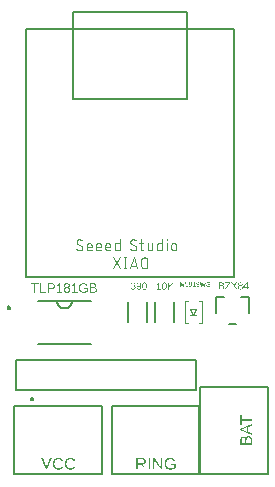
<source format=gto>
G04 EAGLE Gerber RS-274X export*
G75*
%MOMM*%
%FSLAX34Y34*%
%LPD*%
%INSilkscreen Top*%
%IPPOS*%
%AMOC8*
5,1,8,0,0,1.08239X$1,22.5*%
G01*
G04 Define Apertures*
%ADD10C,0.203200*%
%ADD11C,0.120000*%
%ADD12C,0.050000*%
%ADD13C,0.152400*%
%ADD14C,0.127000*%
%ADD15C,0.200000*%
%ADD16C,0.076200*%
G36*
X122400Y773346D02*
X122153Y773358D01*
X121922Y773395D01*
X121707Y773455D01*
X121508Y773540D01*
X121324Y773649D01*
X121157Y773783D01*
X121005Y773940D01*
X120869Y774122D01*
X120749Y774328D01*
X120645Y774555D01*
X120557Y774805D01*
X120485Y775077D01*
X120429Y775371D01*
X120389Y775688D01*
X120365Y776027D01*
X120357Y776388D01*
X120365Y776757D01*
X120388Y777102D01*
X120427Y777423D01*
X120481Y777721D01*
X120551Y777994D01*
X120637Y778244D01*
X120738Y778469D01*
X120854Y778671D01*
X120988Y778849D01*
X121139Y779003D01*
X121308Y779134D01*
X121496Y779241D01*
X121701Y779324D01*
X121925Y779383D01*
X122166Y779419D01*
X122426Y779431D01*
X122678Y779419D01*
X122914Y779383D01*
X123132Y779323D01*
X123334Y779239D01*
X123518Y779131D01*
X123685Y778999D01*
X123835Y778843D01*
X123968Y778663D01*
X124084Y778459D01*
X124185Y778233D01*
X124271Y777983D01*
X124341Y777710D01*
X124395Y777414D01*
X124434Y777095D01*
X124457Y776753D01*
X124465Y776388D01*
X124457Y776029D01*
X124432Y775691D01*
X124392Y775376D01*
X124334Y775082D01*
X124261Y774810D01*
X124171Y774561D01*
X124065Y774333D01*
X123943Y774127D01*
X123804Y773944D01*
X123650Y773785D01*
X123481Y773651D01*
X123296Y773541D01*
X123095Y773456D01*
X122879Y773395D01*
X122648Y773358D01*
X122400Y773346D01*
G37*
%LPC*%
G36*
X122409Y773963D02*
X122570Y773972D01*
X122720Y774000D01*
X122859Y774047D01*
X122987Y774112D01*
X123104Y774196D01*
X123209Y774298D01*
X123303Y774419D01*
X123387Y774559D01*
X123459Y774718D01*
X123522Y774897D01*
X123619Y775314D01*
X123678Y775811D01*
X123697Y776388D01*
X123679Y776984D01*
X123623Y777492D01*
X123531Y777912D01*
X123471Y778088D01*
X123401Y778243D01*
X123321Y778378D01*
X123229Y778495D01*
X123125Y778593D01*
X123009Y778674D01*
X122881Y778737D01*
X122742Y778782D01*
X122590Y778809D01*
X122426Y778818D01*
X122258Y778809D01*
X122102Y778782D01*
X121958Y778738D01*
X121827Y778676D01*
X121708Y778597D01*
X121602Y778499D01*
X121507Y778384D01*
X121425Y778251D01*
X121354Y778098D01*
X121292Y777923D01*
X121239Y777724D01*
X121197Y777502D01*
X121140Y776991D01*
X121121Y776388D01*
X121140Y775801D01*
X121198Y775298D01*
X121241Y775079D01*
X121294Y774880D01*
X121357Y774703D01*
X121429Y774546D01*
X121512Y774409D01*
X121606Y774291D01*
X121711Y774191D01*
X121828Y774109D01*
X121956Y774045D01*
X122096Y773999D01*
X122247Y773972D01*
X122409Y773963D01*
G37*
%LPD*%
G36*
X117472Y773346D02*
X117143Y773364D01*
X116849Y773419D01*
X116588Y773510D01*
X116362Y773638D01*
X116169Y773806D01*
X116004Y774019D01*
X115870Y774277D01*
X115765Y774580D01*
X116486Y774693D01*
X116551Y774520D01*
X116634Y774370D01*
X116733Y774243D01*
X116849Y774139D01*
X116983Y774058D01*
X117133Y774001D01*
X117300Y773966D01*
X117485Y773955D01*
X117643Y773964D01*
X117792Y773992D01*
X117931Y774039D01*
X118062Y774106D01*
X118183Y774191D01*
X118295Y774294D01*
X118398Y774417D01*
X118492Y774559D01*
X118576Y774718D01*
X118649Y774893D01*
X118712Y775085D01*
X118764Y775292D01*
X118836Y775755D01*
X118865Y776283D01*
X118767Y776104D01*
X118638Y775943D01*
X118479Y775801D01*
X118291Y775677D01*
X118082Y775577D01*
X117864Y775506D01*
X117635Y775463D01*
X117397Y775448D01*
X117202Y775457D01*
X117018Y775482D01*
X116844Y775525D01*
X116679Y775585D01*
X116525Y775661D01*
X116380Y775755D01*
X116246Y775866D01*
X116121Y775994D01*
X116009Y776136D01*
X115912Y776289D01*
X115830Y776453D01*
X115762Y776629D01*
X115710Y776815D01*
X115673Y777013D01*
X115650Y777222D01*
X115643Y777442D01*
X115651Y777667D01*
X115675Y777880D01*
X115716Y778081D01*
X115773Y778270D01*
X115846Y778446D01*
X115936Y778610D01*
X116041Y778761D01*
X116163Y778900D01*
X116300Y779024D01*
X116449Y779132D01*
X116611Y779223D01*
X116785Y779298D01*
X116973Y779356D01*
X117173Y779397D01*
X117385Y779422D01*
X117611Y779431D01*
X117850Y779419D01*
X118074Y779385D01*
X118283Y779328D01*
X118477Y779248D01*
X118657Y779145D01*
X118821Y779020D01*
X118970Y778872D01*
X119105Y778700D01*
X119224Y778506D01*
X119327Y778289D01*
X119414Y778050D01*
X119485Y777787D01*
X119541Y777501D01*
X119581Y777192D01*
X119604Y776860D01*
X119612Y776506D01*
X119604Y776136D01*
X119578Y775788D01*
X119534Y775463D01*
X119473Y775159D01*
X119395Y774877D01*
X119300Y774618D01*
X119187Y774380D01*
X119056Y774164D01*
X118910Y773973D01*
X118749Y773806D01*
X118573Y773666D01*
X118382Y773551D01*
X118177Y773461D01*
X117957Y773397D01*
X117722Y773359D01*
X117472Y773346D01*
G37*
%LPC*%
G36*
X117577Y776044D02*
X117738Y776054D01*
X117893Y776081D01*
X118042Y776128D01*
X118186Y776193D01*
X118319Y776275D01*
X118437Y776373D01*
X118540Y776486D01*
X118628Y776615D01*
X118699Y776756D01*
X118750Y776907D01*
X118780Y777067D01*
X118790Y777236D01*
X118770Y777575D01*
X118708Y777880D01*
X118606Y778149D01*
X118463Y778384D01*
X118285Y778574D01*
X118080Y778709D01*
X117967Y778757D01*
X117847Y778791D01*
X117720Y778811D01*
X117586Y778818D01*
X117327Y778795D01*
X117098Y778725D01*
X116897Y778609D01*
X116725Y778447D01*
X116588Y778244D01*
X116489Y778010D01*
X116430Y777742D01*
X116411Y777442D01*
X116430Y777135D01*
X116489Y776863D01*
X116588Y776624D01*
X116725Y776420D01*
X116897Y776255D01*
X117096Y776138D01*
X117323Y776068D01*
X117577Y776044D01*
G37*
%LPD*%
G36*
X112886Y773346D02*
X112667Y773352D01*
X112460Y773371D01*
X112264Y773403D01*
X112079Y773447D01*
X111905Y773504D01*
X111743Y773574D01*
X111592Y773656D01*
X111453Y773751D01*
X111326Y773858D01*
X111213Y773978D01*
X111113Y774109D01*
X111027Y774253D01*
X110954Y774409D01*
X110895Y774577D01*
X110849Y774757D01*
X110817Y774949D01*
X111598Y775020D01*
X111651Y774774D01*
X111735Y774561D01*
X111850Y774381D01*
X111995Y774234D01*
X112172Y774119D01*
X112379Y774037D01*
X112617Y773988D01*
X112886Y773971D01*
X113156Y773989D01*
X113395Y774042D01*
X113604Y774129D01*
X113782Y774252D01*
X113924Y774410D01*
X114026Y774602D01*
X114087Y774828D01*
X114107Y775087D01*
X114084Y775316D01*
X114014Y775517D01*
X113898Y775692D01*
X113736Y775841D01*
X113529Y775959D01*
X113282Y776044D01*
X112993Y776094D01*
X112664Y776111D01*
X112236Y776111D01*
X112236Y776766D01*
X112647Y776766D01*
X112940Y776783D01*
X113198Y776834D01*
X113421Y776918D01*
X113610Y777037D01*
X113759Y777185D01*
X113866Y777359D01*
X113930Y777559D01*
X113952Y777786D01*
X113934Y778010D01*
X113882Y778210D01*
X113795Y778385D01*
X113673Y778535D01*
X113516Y778655D01*
X113326Y778741D01*
X113102Y778792D01*
X112844Y778809D01*
X112606Y778793D01*
X112392Y778745D01*
X112202Y778666D01*
X112036Y778554D01*
X111898Y778412D01*
X111792Y778245D01*
X111719Y778052D01*
X111678Y777832D01*
X110918Y777891D01*
X110946Y778067D01*
X110987Y778234D01*
X111042Y778390D01*
X111111Y778537D01*
X111193Y778673D01*
X111288Y778800D01*
X111397Y778917D01*
X111520Y779023D01*
X111798Y779202D01*
X111950Y779272D01*
X112112Y779329D01*
X112284Y779373D01*
X112464Y779405D01*
X112654Y779424D01*
X112852Y779431D01*
X113069Y779424D01*
X113272Y779405D01*
X113464Y779372D01*
X113643Y779327D01*
X113810Y779269D01*
X113964Y779198D01*
X114106Y779114D01*
X114235Y779017D01*
X114351Y778909D01*
X114451Y778790D01*
X114536Y778661D01*
X114605Y778523D01*
X114659Y778374D01*
X114697Y778214D01*
X114720Y778045D01*
X114728Y777865D01*
X114708Y777595D01*
X114649Y777352D01*
X114550Y777135D01*
X114411Y776944D01*
X114235Y776781D01*
X114023Y776647D01*
X113774Y776541D01*
X113490Y776464D01*
X113490Y776447D01*
X113803Y776392D01*
X114080Y776300D01*
X114320Y776170D01*
X114523Y776002D01*
X114684Y775803D01*
X114799Y775581D01*
X114869Y775333D01*
X114892Y775062D01*
X114884Y774864D01*
X114859Y774676D01*
X114819Y774501D01*
X114762Y774336D01*
X114689Y774184D01*
X114599Y774043D01*
X114493Y773913D01*
X114371Y773795D01*
X114234Y773690D01*
X114083Y773599D01*
X113919Y773521D01*
X113740Y773458D01*
X113547Y773409D01*
X113341Y773374D01*
X113120Y773353D01*
X112886Y773346D01*
G37*
G36*
X139209Y773346D02*
X138962Y773358D01*
X138731Y773395D01*
X138516Y773455D01*
X138316Y773540D01*
X138133Y773649D01*
X137965Y773783D01*
X137814Y773940D01*
X137678Y774122D01*
X137558Y774328D01*
X137454Y774555D01*
X137366Y774805D01*
X137294Y775077D01*
X137238Y775371D01*
X137198Y775688D01*
X137174Y776027D01*
X137166Y776388D01*
X137173Y776757D01*
X137197Y777102D01*
X137236Y777423D01*
X137290Y777721D01*
X137360Y777994D01*
X137445Y778244D01*
X137546Y778469D01*
X137663Y778671D01*
X137796Y778849D01*
X137948Y779003D01*
X138117Y779134D01*
X138304Y779241D01*
X138510Y779324D01*
X138733Y779383D01*
X138975Y779419D01*
X139234Y779431D01*
X139487Y779419D01*
X139723Y779383D01*
X139941Y779323D01*
X140142Y779239D01*
X140327Y779131D01*
X140494Y778999D01*
X140644Y778843D01*
X140776Y778663D01*
X140893Y778459D01*
X140994Y778233D01*
X141080Y777983D01*
X141149Y777710D01*
X141204Y777414D01*
X141243Y777095D01*
X141266Y776753D01*
X141274Y776388D01*
X141266Y776029D01*
X141241Y775691D01*
X141200Y775376D01*
X141143Y775082D01*
X141070Y774810D01*
X140980Y774561D01*
X140874Y774333D01*
X140751Y774127D01*
X140613Y773944D01*
X140459Y773785D01*
X140290Y773651D01*
X140105Y773541D01*
X139904Y773456D01*
X139688Y773395D01*
X139456Y773358D01*
X139209Y773346D01*
G37*
%LPC*%
G36*
X139218Y773963D02*
X139379Y773972D01*
X139529Y774000D01*
X139668Y774047D01*
X139796Y774112D01*
X139912Y774196D01*
X140018Y774298D01*
X140112Y774419D01*
X140195Y774559D01*
X140268Y774718D01*
X140331Y774897D01*
X140428Y775314D01*
X140486Y775811D01*
X140506Y776388D01*
X140487Y776984D01*
X140432Y777492D01*
X140339Y777912D01*
X140279Y778088D01*
X140210Y778243D01*
X140130Y778378D01*
X140038Y778495D01*
X139934Y778593D01*
X139818Y778674D01*
X139690Y778737D01*
X139550Y778782D01*
X139398Y778809D01*
X139234Y778818D01*
X139066Y778809D01*
X138911Y778782D01*
X138767Y778738D01*
X138636Y778676D01*
X138517Y778597D01*
X138410Y778499D01*
X138316Y778384D01*
X138234Y778251D01*
X138162Y778098D01*
X138101Y777923D01*
X138048Y777724D01*
X138005Y777502D01*
X137948Y776991D01*
X137929Y776388D01*
X137949Y775801D01*
X138007Y775298D01*
X138050Y775079D01*
X138103Y774880D01*
X138166Y774703D01*
X138238Y774546D01*
X138321Y774409D01*
X138415Y774291D01*
X138520Y774191D01*
X138637Y774109D01*
X138765Y774045D01*
X138905Y773999D01*
X139055Y773972D01*
X139218Y773963D01*
G37*
%LPD*%
G36*
X143118Y773430D02*
X142316Y773430D01*
X142316Y779342D01*
X143118Y779342D01*
X143118Y776380D01*
X145967Y779342D01*
X146911Y779342D01*
X144393Y776774D01*
X147247Y773430D01*
X146252Y773430D01*
X143890Y776283D01*
X143118Y775696D01*
X143118Y773430D01*
G37*
G36*
X136440Y773430D02*
X132735Y773430D01*
X132735Y774072D01*
X134241Y774072D01*
X134241Y778621D01*
X132907Y777668D01*
X132907Y778381D01*
X134304Y779342D01*
X135001Y779342D01*
X135001Y774072D01*
X136440Y774072D01*
X136440Y773430D01*
G37*
G36*
X187654Y773524D02*
X185253Y773524D01*
X185253Y779436D01*
X187402Y779436D01*
X187890Y779414D01*
X188109Y779386D01*
X188312Y779347D01*
X188499Y779296D01*
X188670Y779235D01*
X188825Y779162D01*
X188963Y779078D01*
X189085Y778982D01*
X189191Y778876D01*
X189280Y778758D01*
X189353Y778629D01*
X189410Y778489D01*
X189451Y778338D01*
X189475Y778175D01*
X189483Y778001D01*
X189465Y777750D01*
X189410Y777519D01*
X189318Y777309D01*
X189189Y777120D01*
X189064Y776993D01*
X189027Y776956D01*
X188835Y776822D01*
X188612Y776717D01*
X188359Y776642D01*
X188691Y776581D01*
X188983Y776482D01*
X189234Y776345D01*
X189394Y776212D01*
X189445Y776170D01*
X189613Y775963D01*
X189732Y775731D01*
X189803Y775473D01*
X189827Y775190D01*
X189818Y774998D01*
X189791Y774817D01*
X189746Y774647D01*
X189684Y774489D01*
X189603Y774341D01*
X189504Y774204D01*
X189387Y774078D01*
X189252Y773962D01*
X189102Y773860D01*
X188937Y773771D01*
X188758Y773695D01*
X188565Y773634D01*
X188358Y773586D01*
X188138Y773551D01*
X187903Y773531D01*
X187654Y773524D01*
G37*
%LPC*%
G36*
X187612Y774166D02*
X187954Y774183D01*
X188246Y774234D01*
X188489Y774319D01*
X188682Y774439D01*
X188829Y774592D01*
X188934Y774779D01*
X188996Y774999D01*
X189017Y775253D01*
X188995Y775498D01*
X188926Y775710D01*
X188811Y775890D01*
X188650Y776036D01*
X188444Y776151D01*
X188191Y776232D01*
X187893Y776281D01*
X187549Y776298D01*
X186055Y776298D01*
X186055Y774166D01*
X187612Y774166D01*
G37*
G36*
X187402Y776923D02*
X187703Y776938D01*
X187963Y776983D01*
X188182Y777059D01*
X188361Y777164D01*
X188499Y777301D01*
X188598Y777470D01*
X188658Y777671D01*
X188678Y777905D01*
X188657Y778127D01*
X188596Y778315D01*
X188493Y778469D01*
X188350Y778589D01*
X188168Y778679D01*
X187950Y778743D01*
X187694Y778782D01*
X187402Y778794D01*
X186055Y778794D01*
X186055Y776923D01*
X187402Y776923D01*
G37*
%LPD*%
G36*
X203628Y773440D02*
X203397Y773447D01*
X203180Y773468D01*
X202975Y773503D01*
X202783Y773552D01*
X202604Y773615D01*
X202438Y773693D01*
X202285Y773784D01*
X202145Y773889D01*
X202019Y774007D01*
X201910Y774137D01*
X201818Y774279D01*
X201743Y774432D01*
X201685Y774598D01*
X201643Y774775D01*
X201618Y774964D01*
X201609Y775165D01*
X201630Y775443D01*
X201692Y775698D01*
X201796Y775929D01*
X201941Y776138D01*
X202118Y776316D01*
X202319Y776455D01*
X202542Y776555D01*
X202789Y776617D01*
X202789Y776633D01*
X202560Y776707D01*
X202357Y776813D01*
X202179Y776952D01*
X202027Y777124D01*
X201905Y777321D01*
X201818Y777534D01*
X201765Y777764D01*
X201748Y778010D01*
X201756Y778175D01*
X201780Y778331D01*
X201819Y778480D01*
X201874Y778621D01*
X201945Y778754D01*
X202032Y778879D01*
X202135Y778996D01*
X202254Y779105D01*
X202385Y779203D01*
X202528Y779288D01*
X202682Y779361D01*
X202846Y779420D01*
X203021Y779466D01*
X203207Y779498D01*
X203404Y779518D01*
X203611Y779525D01*
X203824Y779518D01*
X204025Y779499D01*
X204214Y779467D01*
X204392Y779422D01*
X204559Y779364D01*
X204714Y779293D01*
X204857Y779210D01*
X204990Y779113D01*
X205108Y779006D01*
X205211Y778890D01*
X205298Y778764D01*
X205369Y778630D01*
X205424Y778486D01*
X205464Y778334D01*
X205487Y778172D01*
X205495Y778001D01*
X205478Y777756D01*
X205425Y777526D01*
X205337Y777313D01*
X205214Y777116D01*
X205061Y776945D01*
X205052Y776938D01*
X204881Y776809D01*
X204677Y776708D01*
X204446Y776642D01*
X204446Y776625D01*
X204714Y776560D01*
X204950Y776459D01*
X205154Y776320D01*
X205312Y776160D01*
X205327Y776145D01*
X205465Y775938D01*
X205563Y775708D01*
X205622Y775453D01*
X205642Y775173D01*
X205634Y774974D01*
X205609Y774787D01*
X205569Y774610D01*
X205512Y774445D01*
X205439Y774291D01*
X205349Y774149D01*
X205244Y774017D01*
X205122Y773897D01*
X204985Y773790D01*
X204833Y773697D01*
X204668Y773619D01*
X204488Y773554D01*
X204294Y773504D01*
X204086Y773469D01*
X203864Y773447D01*
X203628Y773440D01*
G37*
%LPC*%
G36*
X203636Y774007D02*
X203925Y774025D01*
X204174Y774081D01*
X204384Y774173D01*
X204555Y774302D01*
X204687Y774472D01*
X204782Y774686D01*
X204838Y774943D01*
X204857Y775244D01*
X204837Y775502D01*
X204775Y775726D01*
X204673Y775917D01*
X204530Y776073D01*
X204350Y776195D01*
X204137Y776282D01*
X203890Y776335D01*
X203611Y776352D01*
X203339Y776333D01*
X203099Y776277D01*
X202890Y776183D01*
X202713Y776052D01*
X202572Y775888D01*
X202471Y775696D01*
X202410Y775476D01*
X202390Y775228D01*
X202409Y774941D01*
X202468Y774693D01*
X202565Y774484D01*
X202702Y774312D01*
X202877Y774178D01*
X203091Y774083D01*
X203344Y774026D01*
X203636Y774007D01*
G37*
G36*
X203619Y776919D02*
X203870Y776934D01*
X204089Y776980D01*
X204276Y777057D01*
X204431Y777164D01*
X204553Y777306D01*
X204641Y777486D01*
X204693Y777704D01*
X204710Y777959D01*
X204693Y778194D01*
X204642Y778398D01*
X204556Y778570D01*
X204436Y778712D01*
X204281Y778821D01*
X204092Y778900D01*
X203869Y778947D01*
X203611Y778962D01*
X203360Y778946D01*
X203142Y778899D01*
X202954Y778821D01*
X202799Y778710D01*
X202677Y778569D01*
X202590Y778397D01*
X202537Y778194D01*
X202520Y777959D01*
X202538Y777721D01*
X202592Y777512D01*
X202682Y777333D01*
X202807Y777185D01*
X202966Y777069D01*
X203154Y776985D01*
X203372Y776935D01*
X203619Y776919D01*
G37*
%LPD*%
G36*
X209714Y773524D02*
X209001Y773524D01*
X209001Y774863D01*
X206215Y774863D01*
X206215Y775450D01*
X208921Y779436D01*
X209714Y779436D01*
X209714Y775458D01*
X210545Y775458D01*
X210545Y774863D01*
X209714Y774863D01*
X209714Y773524D01*
G37*
%LPC*%
G36*
X209001Y775458D02*
X209001Y778585D01*
X208883Y778362D01*
X208720Y778085D01*
X207205Y775853D01*
X206978Y775542D01*
X206911Y775458D01*
X209001Y775458D01*
G37*
%LPD*%
G36*
X195248Y773524D02*
X190540Y773524D01*
X190540Y774124D01*
X194140Y778782D01*
X190846Y778782D01*
X190846Y779436D01*
X195051Y779436D01*
X195051Y778853D01*
X191451Y774179D01*
X195248Y774179D01*
X195248Y773524D01*
G37*
G36*
X196596Y773524D02*
X195710Y773524D01*
X197959Y776596D01*
X195882Y779436D01*
X196768Y779436D01*
X198413Y777116D01*
X200011Y779436D01*
X200897Y779436D01*
X198874Y776625D01*
X201069Y773524D01*
X200183Y773524D01*
X198408Y776109D01*
X196596Y773524D01*
G37*
G36*
X161273Y775914D02*
X160975Y775933D01*
X160711Y775989D01*
X160481Y776082D01*
X160286Y776213D01*
X160130Y776378D01*
X160019Y776575D01*
X159952Y776802D01*
X159930Y777062D01*
X159944Y777247D01*
X159985Y777416D01*
X160054Y777571D01*
X160150Y777710D01*
X160268Y777828D01*
X160402Y777920D01*
X160550Y777987D01*
X160714Y778028D01*
X160714Y778039D01*
X160562Y778088D01*
X160427Y778159D01*
X160309Y778251D01*
X160208Y778366D01*
X160126Y778497D01*
X160068Y778639D01*
X160034Y778792D01*
X160022Y778955D01*
X160043Y779169D01*
X160106Y779362D01*
X160211Y779534D01*
X160358Y779684D01*
X160541Y779806D01*
X160752Y779893D01*
X160993Y779946D01*
X161262Y779963D01*
X161537Y779946D01*
X161781Y779895D01*
X161996Y779809D01*
X162179Y779689D01*
X162326Y779541D01*
X162431Y779368D01*
X162494Y779171D01*
X162515Y778949D01*
X162504Y778786D01*
X162469Y778633D01*
X162410Y778491D01*
X162328Y778360D01*
X162226Y778246D01*
X162221Y778242D01*
X162107Y778156D01*
X161971Y778089D01*
X161817Y778045D01*
X161817Y778034D01*
X161995Y777991D01*
X162152Y777923D01*
X162289Y777831D01*
X162394Y777724D01*
X162404Y777714D01*
X162495Y777577D01*
X162561Y777423D01*
X162600Y777253D01*
X162613Y777067D01*
X162592Y776810D01*
X162527Y776583D01*
X162418Y776386D01*
X162267Y776219D01*
X162075Y776085D01*
X161845Y775990D01*
X161578Y775933D01*
X161273Y775914D01*
G37*
%LPC*%
G36*
X161278Y776291D02*
X161471Y776303D01*
X161637Y776340D01*
X161776Y776402D01*
X161890Y776488D01*
X161978Y776601D01*
X162041Y776743D01*
X162078Y776914D01*
X162091Y777115D01*
X162077Y777287D01*
X162037Y777436D01*
X161969Y777562D01*
X161873Y777666D01*
X161753Y777748D01*
X161611Y777806D01*
X161448Y777840D01*
X161262Y777852D01*
X161081Y777840D01*
X160921Y777802D01*
X160782Y777740D01*
X160664Y777652D01*
X160570Y777543D01*
X160503Y777415D01*
X160463Y777269D01*
X160449Y777104D01*
X160462Y776913D01*
X160501Y776748D01*
X160566Y776609D01*
X160656Y776494D01*
X160773Y776405D01*
X160916Y776342D01*
X161084Y776304D01*
X161278Y776291D01*
G37*
G36*
X161267Y778229D02*
X161434Y778239D01*
X161580Y778270D01*
X161704Y778321D01*
X161808Y778392D01*
X161889Y778487D01*
X161947Y778606D01*
X161982Y778751D01*
X161993Y778922D01*
X161982Y779078D01*
X161948Y779213D01*
X161890Y779328D01*
X161810Y779422D01*
X161708Y779495D01*
X161582Y779547D01*
X161433Y779578D01*
X161262Y779589D01*
X161095Y779578D01*
X160949Y779547D01*
X160825Y779495D01*
X160721Y779421D01*
X160640Y779327D01*
X160582Y779213D01*
X160547Y779077D01*
X160536Y778922D01*
X160548Y778763D01*
X160584Y778624D01*
X160643Y778505D01*
X160727Y778406D01*
X160832Y778329D01*
X160958Y778273D01*
X161103Y778240D01*
X161267Y778229D01*
G37*
%LPD*%
G36*
X171064Y775970D02*
X170428Y775970D01*
X169269Y779904D01*
X169825Y779904D01*
X170531Y777405D01*
X170763Y776439D01*
X170918Y777109D01*
X171693Y779904D01*
X172204Y779904D01*
X172888Y777456D01*
X173134Y776439D01*
X173159Y776537D01*
X173282Y777060D01*
X174066Y779904D01*
X174622Y779904D01*
X173463Y775970D01*
X172826Y775970D01*
X172145Y778469D01*
X171950Y779310D01*
X171827Y778768D01*
X171064Y775970D01*
G37*
G36*
X167542Y775914D02*
X167323Y775926D01*
X167127Y775963D01*
X166954Y776023D01*
X166803Y776108D01*
X166674Y776220D01*
X166565Y776362D01*
X166475Y776534D01*
X166405Y776735D01*
X166886Y776810D01*
X166929Y776695D01*
X166984Y776595D01*
X167050Y776511D01*
X167127Y776442D01*
X167216Y776388D01*
X167316Y776350D01*
X167427Y776327D01*
X167550Y776319D01*
X167655Y776325D01*
X167754Y776344D01*
X167934Y776420D01*
X168089Y776545D01*
X168220Y776721D01*
X168325Y776944D01*
X168401Y777209D01*
X168449Y777517D01*
X168469Y777869D01*
X168403Y777749D01*
X168317Y777642D01*
X168212Y777548D01*
X168086Y777465D01*
X167948Y777399D01*
X167802Y777351D01*
X167650Y777323D01*
X167492Y777313D01*
X167240Y777336D01*
X167014Y777404D01*
X166815Y777517D01*
X166643Y777676D01*
X166503Y777872D01*
X166404Y778098D01*
X166344Y778354D01*
X166324Y778639D01*
X166346Y778932D01*
X166411Y779191D01*
X166519Y779417D01*
X166671Y779610D01*
X166861Y779764D01*
X167085Y779875D01*
X167342Y779941D01*
X167634Y779963D01*
X167793Y779955D01*
X167942Y779933D01*
X168081Y779895D01*
X168211Y779842D01*
X168330Y779773D01*
X168439Y779690D01*
X168539Y779591D01*
X168628Y779477D01*
X168707Y779348D01*
X168776Y779204D01*
X168881Y778869D01*
X168945Y778474D01*
X168966Y778017D01*
X168943Y777539D01*
X168914Y777323D01*
X168873Y777120D01*
X168821Y776933D01*
X168758Y776760D01*
X168683Y776602D01*
X168596Y776459D01*
X168498Y776331D01*
X168391Y776220D01*
X168274Y776127D01*
X168147Y776050D01*
X168011Y775991D01*
X167864Y775948D01*
X167708Y775923D01*
X167542Y775914D01*
G37*
%LPC*%
G36*
X167612Y777710D02*
X167822Y777734D01*
X168016Y777809D01*
X168184Y777928D01*
X168311Y778089D01*
X168392Y778283D01*
X168412Y778390D01*
X168419Y778503D01*
X168405Y778728D01*
X168364Y778931D01*
X168296Y779110D01*
X168201Y779266D01*
X168083Y779393D01*
X167946Y779483D01*
X167791Y779537D01*
X167617Y779555D01*
X167445Y779540D01*
X167293Y779494D01*
X167159Y779416D01*
X167045Y779308D01*
X166953Y779174D01*
X166888Y779018D01*
X166848Y778839D01*
X166835Y778639D01*
X166848Y778436D01*
X166888Y778254D01*
X166953Y778096D01*
X167045Y777960D01*
X167159Y777850D01*
X167291Y777772D01*
X167442Y777725D01*
X167612Y777710D01*
G37*
%LPD*%
G36*
X153344Y775970D02*
X152869Y775970D01*
X152869Y779904D01*
X153489Y779904D01*
X155617Y776531D01*
X155583Y777324D01*
X155583Y779904D01*
X156064Y779904D01*
X156064Y775970D01*
X155421Y775970D01*
X153316Y779321D01*
X153330Y779050D01*
X153344Y778584D01*
X153344Y775970D01*
G37*
G36*
X176545Y775914D02*
X176205Y775930D01*
X175902Y775977D01*
X175637Y776055D01*
X175410Y776164D01*
X175220Y776305D01*
X175068Y776476D01*
X174955Y776680D01*
X174878Y776914D01*
X175395Y777017D01*
X175452Y776852D01*
X175535Y776710D01*
X175642Y776591D01*
X175775Y776496D01*
X175933Y776424D01*
X176118Y776372D01*
X176328Y776341D01*
X176565Y776330D01*
X176809Y776341D01*
X177023Y776375D01*
X177207Y776430D01*
X177362Y776508D01*
X177485Y776607D01*
X177573Y776726D01*
X177625Y776867D01*
X177643Y777028D01*
X177621Y777203D01*
X177555Y777341D01*
X177449Y777451D01*
X177308Y777539D01*
X177133Y777611D01*
X176928Y777671D01*
X176439Y777785D01*
X176029Y777888D01*
X175732Y777992D01*
X175515Y778101D01*
X175350Y778222D01*
X175227Y778360D01*
X175137Y778519D01*
X175081Y778702D01*
X175063Y778910D01*
X175087Y779149D01*
X175159Y779358D01*
X175280Y779538D01*
X175449Y779689D01*
X175664Y779809D01*
X175920Y779895D01*
X176217Y779946D01*
X176557Y779963D01*
X176872Y779950D01*
X177148Y779912D01*
X177384Y779848D01*
X177581Y779758D01*
X177745Y779637D01*
X177883Y779480D01*
X177994Y779287D01*
X178078Y779058D01*
X177554Y778966D01*
X177500Y779112D01*
X177428Y779236D01*
X177336Y779339D01*
X177224Y779420D01*
X177091Y779482D01*
X176934Y779526D01*
X176754Y779552D01*
X176551Y779561D01*
X176329Y779551D01*
X176135Y779522D01*
X175969Y779473D01*
X175831Y779405D01*
X175722Y779317D01*
X175644Y779210D01*
X175598Y779084D01*
X175582Y778938D01*
X175606Y778772D01*
X175678Y778638D01*
X175796Y778528D01*
X175956Y778437D01*
X176228Y778345D01*
X176680Y778235D01*
X177041Y778149D01*
X177386Y778046D01*
X177695Y777905D01*
X177829Y777815D01*
X177944Y777707D01*
X178039Y777579D01*
X178111Y777430D01*
X178156Y777257D01*
X178171Y777056D01*
X178164Y776924D01*
X178144Y776799D01*
X178111Y776682D01*
X178064Y776573D01*
X177931Y776378D01*
X177745Y776213D01*
X177510Y776082D01*
X177232Y775989D01*
X176910Y775933D01*
X176545Y775914D01*
G37*
G36*
X158069Y775914D02*
X157807Y775929D01*
X157572Y775974D01*
X157363Y776049D01*
X157181Y776154D01*
X157028Y776288D01*
X156905Y776448D01*
X156814Y776635D01*
X156754Y776850D01*
X157262Y776908D01*
X157310Y776771D01*
X157373Y776653D01*
X157452Y776553D01*
X157546Y776471D01*
X157656Y776407D01*
X157782Y776361D01*
X157923Y776334D01*
X158080Y776325D01*
X158272Y776340D01*
X158441Y776386D01*
X158589Y776462D01*
X158714Y776569D01*
X158814Y776703D01*
X158886Y776859D01*
X158929Y777038D01*
X158943Y777241D01*
X158929Y777417D01*
X158886Y777576D01*
X158814Y777717D01*
X158713Y777841D01*
X158588Y777941D01*
X158442Y778013D01*
X158277Y778056D01*
X158092Y778070D01*
X157895Y778054D01*
X157712Y778006D01*
X157536Y777919D01*
X157360Y777788D01*
X156868Y777788D01*
X157000Y779904D01*
X159236Y779904D01*
X159236Y779477D01*
X157458Y779477D01*
X157382Y778229D01*
X157556Y778339D01*
X157749Y778418D01*
X157962Y778465D01*
X158195Y778480D01*
X158470Y778459D01*
X158717Y778395D01*
X158933Y778289D01*
X159120Y778140D01*
X159271Y777956D01*
X159379Y777747D01*
X159444Y777512D01*
X159465Y777252D01*
X159442Y776957D01*
X159373Y776695D01*
X159257Y776467D01*
X159095Y776272D01*
X158892Y776115D01*
X158654Y776004D01*
X158379Y775937D01*
X158069Y775914D01*
G37*
G36*
X165770Y775970D02*
X163304Y775970D01*
X163304Y776397D01*
X164307Y776397D01*
X164307Y779424D01*
X163419Y778790D01*
X163419Y779265D01*
X164349Y779904D01*
X164812Y779904D01*
X164812Y776397D01*
X165770Y776397D01*
X165770Y775970D01*
G37*
G36*
X116900Y621110D02*
X115583Y621110D01*
X115583Y630828D01*
X120156Y630828D01*
X120554Y630816D01*
X120930Y630782D01*
X121282Y630725D01*
X121610Y630644D01*
X121915Y630541D01*
X122197Y630415D01*
X122455Y630265D01*
X122690Y630093D01*
X122900Y629901D01*
X123081Y629690D01*
X123235Y629461D01*
X123360Y629215D01*
X123458Y628950D01*
X123528Y628668D01*
X123569Y628367D01*
X123583Y628048D01*
X123574Y627783D01*
X123544Y627528D01*
X123495Y627285D01*
X123426Y627052D01*
X123337Y626830D01*
X123228Y626618D01*
X123100Y626417D01*
X122952Y626228D01*
X122787Y626052D01*
X122607Y625893D01*
X122412Y625751D01*
X122324Y625699D01*
X122201Y625626D01*
X121976Y625518D01*
X121736Y625427D01*
X121481Y625353D01*
X121211Y625296D01*
X122385Y623514D01*
X123970Y621110D01*
X122452Y621110D01*
X119928Y625145D01*
X116900Y625145D01*
X116900Y621110D01*
G37*
%LPC*%
G36*
X120080Y626186D02*
X120333Y626194D01*
X120571Y626217D01*
X120794Y626255D01*
X121003Y626308D01*
X121197Y626376D01*
X121376Y626460D01*
X121541Y626558D01*
X121690Y626672D01*
X121824Y626800D01*
X121939Y626940D01*
X122037Y627092D01*
X122117Y627256D01*
X122179Y627432D01*
X122224Y627621D01*
X122250Y627822D01*
X122259Y628035D01*
X122250Y628240D01*
X122223Y628434D01*
X122178Y628614D01*
X122115Y628782D01*
X122034Y628937D01*
X121935Y629080D01*
X121818Y629210D01*
X121683Y629328D01*
X121531Y629432D01*
X121364Y629522D01*
X121180Y629599D01*
X120981Y629661D01*
X120765Y629710D01*
X120534Y629745D01*
X120287Y629766D01*
X120025Y629773D01*
X116900Y629773D01*
X116900Y626186D01*
X120080Y626186D01*
G37*
%LPD*%
G36*
X130849Y621110D02*
X129677Y621110D01*
X129677Y630828D01*
X131208Y630828D01*
X136463Y622496D01*
X136401Y623662D01*
X136381Y624455D01*
X136381Y630828D01*
X137567Y630828D01*
X137567Y621110D01*
X135981Y621110D01*
X130780Y629386D01*
X130815Y628717D01*
X130849Y627566D01*
X130849Y621110D01*
G37*
G36*
X144344Y620972D02*
X143970Y620982D01*
X143608Y621010D01*
X143260Y621057D01*
X142925Y621124D01*
X142603Y621209D01*
X142294Y621313D01*
X141999Y621437D01*
X141716Y621579D01*
X141448Y621739D01*
X141197Y621916D01*
X140962Y622109D01*
X140743Y622320D01*
X140540Y622546D01*
X140354Y622790D01*
X140184Y623050D01*
X140030Y623327D01*
X139893Y623619D01*
X139775Y623923D01*
X139675Y624240D01*
X139593Y624570D01*
X139529Y624912D01*
X139484Y625267D01*
X139456Y625634D01*
X139447Y626014D01*
X139467Y626588D01*
X139526Y627130D01*
X139626Y627638D01*
X139764Y628112D01*
X139943Y628553D01*
X140161Y628961D01*
X140419Y629335D01*
X140716Y629676D01*
X141049Y629980D01*
X141415Y630243D01*
X141812Y630466D01*
X142242Y630649D01*
X142704Y630790D01*
X143198Y630892D01*
X143724Y630952D01*
X144282Y630973D01*
X144676Y630964D01*
X145051Y630939D01*
X145407Y630896D01*
X145744Y630836D01*
X146062Y630760D01*
X146361Y630666D01*
X146642Y630556D01*
X146903Y630428D01*
X147147Y630281D01*
X147377Y630114D01*
X147593Y629927D01*
X147794Y629719D01*
X147981Y629491D01*
X148153Y629242D01*
X148311Y628973D01*
X148455Y628683D01*
X147199Y628310D01*
X146973Y628696D01*
X146707Y629026D01*
X146559Y629170D01*
X146402Y629300D01*
X146235Y629416D01*
X146058Y629517D01*
X145672Y629683D01*
X145241Y629802D01*
X145010Y629843D01*
X144767Y629873D01*
X144513Y629891D01*
X144247Y629897D01*
X143839Y629881D01*
X143456Y629833D01*
X143097Y629754D01*
X142763Y629642D01*
X142454Y629499D01*
X142169Y629325D01*
X141910Y629118D01*
X141675Y628879D01*
X141466Y628612D01*
X141286Y628319D01*
X141133Y628000D01*
X141008Y627654D01*
X140910Y627283D01*
X140841Y626886D01*
X140799Y626463D01*
X140785Y626014D01*
X140800Y625565D01*
X140844Y625141D01*
X140918Y624742D01*
X141021Y624366D01*
X141154Y624015D01*
X141317Y623688D01*
X141509Y623385D01*
X141730Y623107D01*
X141978Y622857D01*
X142248Y622640D01*
X142541Y622457D01*
X142856Y622307D01*
X143194Y622191D01*
X143555Y622108D01*
X143938Y622058D01*
X144344Y622041D01*
X144812Y622059D01*
X145264Y622114D01*
X145700Y622204D01*
X146120Y622331D01*
X146512Y622489D01*
X146866Y622672D01*
X147180Y622882D01*
X147455Y623117D01*
X147455Y624869D01*
X144551Y624869D01*
X144551Y625972D01*
X148668Y625972D01*
X148668Y622620D01*
X148260Y622250D01*
X147809Y621923D01*
X147314Y621641D01*
X146775Y621403D01*
X146203Y621215D01*
X145908Y621140D01*
X145607Y621080D01*
X145300Y621033D01*
X144987Y620999D01*
X144669Y620979D01*
X144344Y620972D01*
G37*
G36*
X127233Y621110D02*
X125915Y621110D01*
X125915Y630828D01*
X127233Y630828D01*
X127233Y621110D01*
G37*
G36*
X213280Y641998D02*
X203562Y641998D01*
X203562Y645529D01*
X203571Y645944D01*
X203599Y646331D01*
X203645Y646692D01*
X203710Y647026D01*
X203793Y647333D01*
X203894Y647614D01*
X204014Y647868D01*
X204152Y648095D01*
X204309Y648295D01*
X204484Y648469D01*
X204677Y648616D01*
X204889Y648736D01*
X205119Y648830D01*
X205368Y648897D01*
X205635Y648937D01*
X205921Y648950D01*
X206132Y648943D01*
X206335Y648920D01*
X206529Y648882D01*
X206714Y648829D01*
X206891Y648762D01*
X207059Y648679D01*
X207218Y648581D01*
X207369Y648467D01*
X207510Y648340D01*
X207582Y648262D01*
X207638Y648201D01*
X207755Y648049D01*
X207859Y647885D01*
X207951Y647708D01*
X208031Y647518D01*
X208100Y647316D01*
X208156Y647102D01*
X208198Y647383D01*
X208256Y647648D01*
X208329Y647896D01*
X208419Y648128D01*
X208523Y648343D01*
X208644Y648541D01*
X208780Y648723D01*
X208850Y648799D01*
X208931Y648888D01*
X209096Y649035D01*
X209271Y649163D01*
X209457Y649271D01*
X209653Y649359D01*
X209860Y649427D01*
X210077Y649476D01*
X210304Y649506D01*
X210542Y649516D01*
X210857Y649501D01*
X211154Y649457D01*
X211433Y649383D01*
X211695Y649279D01*
X211938Y649147D01*
X212163Y648984D01*
X212370Y648792D01*
X212559Y648571D01*
X212728Y648323D01*
X212875Y648052D01*
X212998Y647758D01*
X213100Y647441D01*
X213179Y647101D01*
X213235Y646738D01*
X213269Y646352D01*
X213280Y645943D01*
X213280Y641998D01*
G37*
%LPC*%
G36*
X212225Y643315D02*
X212225Y645874D01*
X212218Y646166D01*
X212197Y646437D01*
X212162Y646687D01*
X212113Y646917D01*
X212050Y647127D01*
X211973Y647316D01*
X211882Y647485D01*
X211776Y647633D01*
X211658Y647762D01*
X211525Y647874D01*
X211378Y647969D01*
X211218Y648047D01*
X211044Y648107D01*
X210856Y648150D01*
X210654Y648176D01*
X210438Y648185D01*
X210231Y648175D01*
X210036Y648147D01*
X209855Y648100D01*
X209687Y648034D01*
X209533Y647949D01*
X209392Y647845D01*
X209265Y647723D01*
X209150Y647581D01*
X209050Y647421D01*
X208963Y647242D01*
X208889Y647044D01*
X208828Y646827D01*
X208782Y646591D01*
X208748Y646336D01*
X208728Y646063D01*
X208721Y645771D01*
X208721Y643315D01*
X212225Y643315D01*
G37*
G36*
X207693Y643315D02*
X207693Y645529D01*
X207687Y645785D01*
X207669Y646023D01*
X207638Y646246D01*
X207594Y646451D01*
X207539Y646640D01*
X207470Y646811D01*
X207390Y646967D01*
X207297Y647105D01*
X207191Y647227D01*
X207072Y647333D01*
X206940Y647423D01*
X206794Y647496D01*
X206635Y647553D01*
X206463Y647593D01*
X206278Y647618D01*
X206080Y647626D01*
X205890Y647618D01*
X205714Y647592D01*
X205553Y647550D01*
X205405Y647491D01*
X205272Y647416D01*
X205152Y647323D01*
X205047Y647214D01*
X204955Y647088D01*
X204876Y646946D01*
X204808Y646789D01*
X204702Y646429D01*
X204639Y646009D01*
X204617Y645529D01*
X204617Y643315D01*
X207693Y643315D01*
G37*
%LPD*%
G36*
X213280Y650273D02*
X203562Y654239D01*
X203562Y655736D01*
X213280Y659639D01*
X213280Y658294D01*
X210438Y657184D01*
X210438Y652756D01*
X213280Y651639D01*
X213280Y650273D01*
G37*
%LPC*%
G36*
X209411Y653156D02*
X209411Y656791D01*
X206204Y655542D01*
X205697Y655349D01*
X205128Y655156D01*
X204555Y654970D01*
X204748Y654908D01*
X205402Y654694D01*
X206218Y654398D01*
X209411Y653156D01*
G37*
%LPD*%
G36*
X204638Y658938D02*
X203562Y658938D01*
X203562Y666925D01*
X204638Y666925D01*
X204638Y663586D01*
X213280Y663586D01*
X213280Y662276D01*
X204638Y662276D01*
X204638Y658938D01*
G37*
G36*
X49481Y620972D02*
X49120Y620982D01*
X48771Y621010D01*
X48435Y621058D01*
X48111Y621125D01*
X47800Y621210D01*
X47501Y621315D01*
X47214Y621439D01*
X46940Y621582D01*
X46679Y621743D01*
X46435Y621920D01*
X46207Y622114D01*
X45995Y622324D01*
X45798Y622550D01*
X45618Y622793D01*
X45454Y623052D01*
X45305Y623327D01*
X45173Y623618D01*
X45059Y623921D01*
X44962Y624237D01*
X44883Y624566D01*
X44822Y624909D01*
X44778Y625264D01*
X44752Y625632D01*
X44743Y626014D01*
X44763Y626579D01*
X44821Y627113D01*
X44919Y627615D01*
X45057Y628086D01*
X45233Y628526D01*
X45449Y628934D01*
X45704Y629310D01*
X45998Y629655D01*
X46327Y629964D01*
X46686Y630232D01*
X47075Y630458D01*
X47495Y630643D01*
X47944Y630787D01*
X48424Y630890D01*
X48934Y630952D01*
X49474Y630973D01*
X49854Y630963D01*
X50218Y630935D01*
X50566Y630887D01*
X50898Y630821D01*
X51215Y630736D01*
X51515Y630631D01*
X51799Y630508D01*
X52067Y630366D01*
X52319Y630205D01*
X52554Y630026D01*
X52771Y629828D01*
X52971Y629612D01*
X53154Y629378D01*
X53319Y629126D01*
X53468Y628855D01*
X53599Y628566D01*
X52350Y628152D01*
X52259Y628358D01*
X52156Y628551D01*
X52039Y628732D01*
X51910Y628900D01*
X51768Y629056D01*
X51613Y629199D01*
X51445Y629330D01*
X51264Y629448D01*
X51073Y629554D01*
X50872Y629645D01*
X50663Y629722D01*
X50446Y629785D01*
X50219Y629834D01*
X49984Y629869D01*
X49741Y629890D01*
X49488Y629897D01*
X49096Y629881D01*
X48726Y629832D01*
X48378Y629751D01*
X48053Y629637D01*
X47751Y629491D01*
X47471Y629313D01*
X47213Y629102D01*
X46978Y628859D01*
X46767Y628587D01*
X46585Y628292D01*
X46431Y627972D01*
X46305Y627629D01*
X46207Y627261D01*
X46137Y626869D01*
X46095Y626453D01*
X46081Y626014D01*
X46096Y625578D01*
X46139Y625164D01*
X46212Y624772D01*
X46315Y624402D01*
X46446Y624054D01*
X46607Y623728D01*
X46796Y623424D01*
X47015Y623141D01*
X47259Y622887D01*
X47524Y622666D01*
X47809Y622479D01*
X48115Y622326D01*
X48441Y622208D01*
X48788Y622123D01*
X49155Y622072D01*
X49543Y622055D01*
X49794Y622063D01*
X50038Y622086D01*
X50273Y622126D01*
X50501Y622181D01*
X50720Y622252D01*
X50932Y622339D01*
X51135Y622442D01*
X51331Y622560D01*
X51519Y622694D01*
X51699Y622844D01*
X51871Y623010D01*
X52035Y623192D01*
X52340Y623602D01*
X52612Y624076D01*
X53688Y623538D01*
X53531Y623233D01*
X53358Y622948D01*
X53170Y622681D01*
X52967Y622432D01*
X52748Y622203D01*
X52515Y621992D01*
X52266Y621800D01*
X52002Y621627D01*
X51725Y621474D01*
X51437Y621341D01*
X51138Y621228D01*
X50829Y621136D01*
X50508Y621064D01*
X50177Y621013D01*
X49834Y620982D01*
X49481Y620972D01*
G37*
G36*
X59669Y620972D02*
X59308Y620982D01*
X58959Y621010D01*
X58623Y621058D01*
X58299Y621125D01*
X57987Y621210D01*
X57688Y621315D01*
X57401Y621439D01*
X57127Y621582D01*
X56867Y621743D01*
X56623Y621920D01*
X56395Y622114D01*
X56182Y622324D01*
X55986Y622550D01*
X55805Y622793D01*
X55641Y623052D01*
X55493Y623327D01*
X55361Y623618D01*
X55247Y623921D01*
X55150Y624237D01*
X55071Y624566D01*
X55009Y624909D01*
X54966Y625264D01*
X54939Y625632D01*
X54930Y626014D01*
X54950Y626579D01*
X55009Y627113D01*
X55107Y627615D01*
X55244Y628086D01*
X55421Y628526D01*
X55636Y628934D01*
X55891Y629310D01*
X56186Y629655D01*
X56515Y629964D01*
X56874Y630232D01*
X57263Y630458D01*
X57682Y630643D01*
X58132Y630787D01*
X58612Y630890D01*
X59122Y630952D01*
X59662Y630973D01*
X60042Y630963D01*
X60406Y630935D01*
X60754Y630887D01*
X61086Y630821D01*
X61402Y630736D01*
X61702Y630631D01*
X61987Y630508D01*
X62255Y630366D01*
X62507Y630205D01*
X62741Y630026D01*
X62958Y629828D01*
X63158Y629612D01*
X63341Y629378D01*
X63507Y629126D01*
X63655Y628855D01*
X63786Y628566D01*
X62538Y628152D01*
X62447Y628358D01*
X62343Y628551D01*
X62227Y628732D01*
X62097Y628900D01*
X61955Y629056D01*
X61800Y629199D01*
X61632Y629330D01*
X61451Y629448D01*
X61260Y629554D01*
X61060Y629645D01*
X60851Y629722D01*
X60633Y629785D01*
X60407Y629834D01*
X60172Y629869D01*
X59928Y629890D01*
X59676Y629897D01*
X59283Y629881D01*
X58913Y629832D01*
X58566Y629751D01*
X58241Y629637D01*
X57938Y629491D01*
X57658Y629313D01*
X57400Y629102D01*
X57165Y628859D01*
X56955Y628587D01*
X56773Y628292D01*
X56619Y627972D01*
X56493Y627629D01*
X56395Y627261D01*
X56324Y626869D01*
X56282Y626453D01*
X56268Y626014D01*
X56283Y625578D01*
X56327Y625164D01*
X56400Y624772D01*
X56502Y624402D01*
X56633Y624054D01*
X56794Y623728D01*
X56984Y623424D01*
X57203Y623141D01*
X57447Y622887D01*
X57711Y622666D01*
X57996Y622479D01*
X58302Y622326D01*
X58628Y622208D01*
X58975Y622123D01*
X59343Y622072D01*
X59731Y622055D01*
X59982Y622063D01*
X60225Y622086D01*
X60461Y622126D01*
X60688Y622181D01*
X60908Y622252D01*
X61119Y622339D01*
X61323Y622442D01*
X61519Y622560D01*
X61707Y622694D01*
X61887Y622844D01*
X62059Y623010D01*
X62223Y623192D01*
X62527Y623602D01*
X62800Y624076D01*
X63876Y623538D01*
X63718Y623233D01*
X63545Y622948D01*
X63357Y622681D01*
X63154Y622432D01*
X62936Y622203D01*
X62702Y621992D01*
X62453Y621800D01*
X62189Y621627D01*
X61912Y621474D01*
X61625Y621341D01*
X61326Y621228D01*
X61016Y621136D01*
X60696Y621064D01*
X60364Y621013D01*
X60022Y620982D01*
X59669Y620972D01*
G37*
G36*
X40013Y621110D02*
X38647Y621110D01*
X34681Y630828D01*
X36068Y630828D01*
X38758Y623986D01*
X39337Y622269D01*
X39916Y623986D01*
X42592Y630828D01*
X43979Y630828D01*
X40013Y621110D01*
G37*
G36*
X79286Y770850D02*
X76083Y770850D01*
X76083Y778740D01*
X78950Y778740D01*
X79287Y778733D01*
X79601Y778710D01*
X79894Y778673D01*
X80166Y778621D01*
X80415Y778553D01*
X80643Y778471D01*
X80849Y778374D01*
X81034Y778262D01*
X81196Y778134D01*
X81337Y777992D01*
X81457Y777835D01*
X81554Y777663D01*
X81630Y777476D01*
X81685Y777274D01*
X81717Y777057D01*
X81728Y776825D01*
X81722Y776654D01*
X81704Y776489D01*
X81630Y776181D01*
X81508Y775901D01*
X81336Y775649D01*
X81168Y775480D01*
X81120Y775431D01*
X80863Y775252D01*
X80565Y775112D01*
X80227Y775011D01*
X80456Y774976D01*
X80671Y774929D01*
X80872Y774870D01*
X81060Y774797D01*
X81235Y774712D01*
X81396Y774614D01*
X81544Y774504D01*
X81605Y774447D01*
X81678Y774381D01*
X81797Y774247D01*
X81901Y774105D01*
X81988Y773954D01*
X82060Y773795D01*
X82116Y773627D01*
X82155Y773451D01*
X82179Y773266D01*
X82187Y773073D01*
X82175Y772817D01*
X82139Y772576D01*
X82079Y772349D01*
X81995Y772137D01*
X81888Y771940D01*
X81756Y771757D01*
X81600Y771589D01*
X81420Y771435D01*
X81219Y771298D01*
X80999Y771179D01*
X80760Y771079D01*
X80503Y770996D01*
X80227Y770932D01*
X79932Y770887D01*
X79619Y770859D01*
X79286Y770850D01*
G37*
%LPC*%
G36*
X79230Y771707D02*
X79687Y771730D01*
X79891Y771758D01*
X80077Y771798D01*
X80248Y771849D01*
X80401Y771912D01*
X80538Y771985D01*
X80658Y772071D01*
X80763Y772167D01*
X80854Y772275D01*
X80931Y772394D01*
X80994Y772524D01*
X81043Y772666D01*
X81078Y772818D01*
X81099Y772982D01*
X81106Y773157D01*
X81099Y773326D01*
X81076Y773484D01*
X81038Y773631D01*
X80984Y773767D01*
X80915Y773893D01*
X80831Y774007D01*
X80731Y774110D01*
X80616Y774203D01*
X80486Y774285D01*
X80341Y774355D01*
X80180Y774415D01*
X80004Y774464D01*
X79606Y774530D01*
X79146Y774552D01*
X77153Y774552D01*
X77153Y771707D01*
X79230Y771707D01*
G37*
G36*
X78950Y775386D02*
X79352Y775406D01*
X79699Y775466D01*
X79992Y775567D01*
X80230Y775708D01*
X80329Y775794D01*
X80415Y775891D01*
X80488Y775998D01*
X80547Y776116D01*
X80593Y776245D01*
X80626Y776385D01*
X80646Y776535D01*
X80653Y776696D01*
X80646Y776850D01*
X80626Y776993D01*
X80591Y777124D01*
X80544Y777244D01*
X80482Y777352D01*
X80407Y777449D01*
X80318Y777535D01*
X80216Y777609D01*
X79973Y777729D01*
X79681Y777815D01*
X79340Y777866D01*
X78950Y777884D01*
X77153Y777884D01*
X77153Y775386D01*
X78950Y775386D01*
G37*
%LPD*%
G36*
X56678Y770738D02*
X56370Y770747D01*
X56080Y770775D01*
X55807Y770822D01*
X55551Y770888D01*
X55312Y770972D01*
X55090Y771075D01*
X54886Y771197D01*
X54699Y771337D01*
X54531Y771495D01*
X54386Y771668D01*
X54264Y771857D01*
X54163Y772062D01*
X54085Y772283D01*
X54029Y772519D01*
X53996Y772772D01*
X53985Y773040D01*
X53992Y773229D01*
X54012Y773411D01*
X54047Y773585D01*
X54095Y773751D01*
X54157Y773909D01*
X54233Y774060D01*
X54427Y774339D01*
X54664Y774576D01*
X54931Y774762D01*
X55229Y774895D01*
X55390Y774943D01*
X55558Y774977D01*
X55558Y775000D01*
X55253Y775097D01*
X54982Y775239D01*
X54745Y775425D01*
X54542Y775655D01*
X54379Y775918D01*
X54263Y776202D01*
X54193Y776508D01*
X54169Y776836D01*
X54180Y777056D01*
X54212Y777266D01*
X54264Y777465D01*
X54338Y777653D01*
X54433Y777830D01*
X54549Y777997D01*
X54686Y778153D01*
X54844Y778298D01*
X55020Y778429D01*
X55211Y778543D01*
X55415Y778639D01*
X55635Y778718D01*
X55868Y778779D01*
X56116Y778823D01*
X56379Y778849D01*
X56656Y778858D01*
X56939Y778849D01*
X57208Y778824D01*
X57461Y778781D01*
X57698Y778721D01*
X57920Y778644D01*
X58127Y778549D01*
X58319Y778438D01*
X58495Y778309D01*
X58654Y778166D01*
X58791Y778011D01*
X58907Y777843D01*
X59002Y777664D01*
X59075Y777472D01*
X59128Y777269D01*
X59160Y777053D01*
X59170Y776825D01*
X59147Y776497D01*
X59076Y776191D01*
X58959Y775906D01*
X58795Y775644D01*
X58590Y775415D01*
X58579Y775406D01*
X58351Y775233D01*
X58078Y775099D01*
X57770Y775011D01*
X57770Y774988D01*
X57954Y774951D01*
X58127Y774902D01*
X58290Y774840D01*
X58442Y774766D01*
X58715Y774582D01*
X58926Y774368D01*
X58946Y774347D01*
X59130Y774072D01*
X59261Y773764D01*
X59307Y773598D01*
X59340Y773424D01*
X59360Y773241D01*
X59366Y773051D01*
X59355Y772785D01*
X59323Y772535D01*
X59269Y772300D01*
X59193Y772079D01*
X59095Y771874D01*
X58976Y771684D01*
X58835Y771509D01*
X58672Y771348D01*
X58489Y771205D01*
X58287Y771081D01*
X58066Y770976D01*
X57826Y770891D01*
X57568Y770824D01*
X57290Y770776D01*
X56994Y770748D01*
X56678Y770738D01*
G37*
%LPC*%
G36*
X56689Y771494D02*
X56889Y771500D01*
X57075Y771519D01*
X57248Y771550D01*
X57408Y771593D01*
X57554Y771648D01*
X57688Y771716D01*
X57808Y771796D01*
X57916Y771889D01*
X58010Y771995D01*
X58092Y772115D01*
X58162Y772251D01*
X58218Y772400D01*
X58262Y772565D01*
X58294Y772744D01*
X58313Y772938D01*
X58319Y773146D01*
X58312Y773324D01*
X58292Y773490D01*
X58258Y773645D01*
X58210Y773789D01*
X58148Y773922D01*
X58073Y774043D01*
X57985Y774153D01*
X57882Y774252D01*
X57642Y774415D01*
X57357Y774531D01*
X57029Y774601D01*
X56656Y774624D01*
X56469Y774618D01*
X56293Y774599D01*
X56128Y774568D01*
X55973Y774524D01*
X55828Y774468D01*
X55694Y774399D01*
X55457Y774224D01*
X55269Y774005D01*
X55195Y773882D01*
X55134Y773749D01*
X55087Y773606D01*
X55053Y773455D01*
X55033Y773294D01*
X55026Y773124D01*
X55033Y772926D01*
X55052Y772742D01*
X55085Y772570D01*
X55130Y772411D01*
X55189Y772264D01*
X55260Y772131D01*
X55345Y772010D01*
X55442Y771901D01*
X55552Y771806D01*
X55676Y771723D01*
X55812Y771653D01*
X55962Y771596D01*
X56124Y771551D01*
X56300Y771519D01*
X56488Y771500D01*
X56689Y771494D01*
G37*
G36*
X56667Y775380D02*
X57001Y775401D01*
X57294Y775462D01*
X57543Y775565D01*
X57751Y775708D01*
X57838Y775796D01*
X57914Y775897D01*
X57978Y776011D01*
X58030Y776137D01*
X58071Y776276D01*
X58100Y776428D01*
X58123Y776769D01*
X58100Y777083D01*
X58031Y777355D01*
X57917Y777585D01*
X57756Y777773D01*
X57550Y777919D01*
X57298Y778024D01*
X57000Y778087D01*
X56656Y778108D01*
X56321Y778087D01*
X56029Y778024D01*
X55780Y777919D01*
X55572Y777772D01*
X55409Y777583D01*
X55293Y777353D01*
X55223Y777082D01*
X55200Y776769D01*
X55206Y776605D01*
X55224Y776451D01*
X55296Y776172D01*
X55416Y775934D01*
X55583Y775736D01*
X55795Y775580D01*
X56046Y775469D01*
X56337Y775403D01*
X56667Y775380D01*
G37*
%LPD*%
G36*
X41465Y770850D02*
X40396Y770850D01*
X40396Y778740D01*
X43717Y778740D01*
X44039Y778731D01*
X44343Y778702D01*
X44628Y778653D01*
X44894Y778585D01*
X45142Y778498D01*
X45370Y778391D01*
X45580Y778264D01*
X45772Y778119D01*
X45942Y777955D01*
X46090Y777776D01*
X46215Y777581D01*
X46318Y777370D01*
X46397Y777143D01*
X46454Y776900D01*
X46488Y776641D01*
X46500Y776366D01*
X46488Y776093D01*
X46454Y775835D01*
X46397Y775591D01*
X46317Y775361D01*
X46214Y775145D01*
X46089Y774944D01*
X45940Y774758D01*
X45769Y774585D01*
X45578Y774430D01*
X45371Y774296D01*
X45147Y774183D01*
X44907Y774090D01*
X44651Y774017D01*
X44378Y773966D01*
X44089Y773935D01*
X43784Y773924D01*
X41465Y773924D01*
X41465Y770850D01*
G37*
%LPC*%
G36*
X43633Y774770D02*
X43850Y774776D01*
X44053Y774795D01*
X44242Y774826D01*
X44417Y774869D01*
X44578Y774925D01*
X44725Y774993D01*
X44858Y775073D01*
X44977Y775166D01*
X45082Y775271D01*
X45173Y775389D01*
X45250Y775519D01*
X45313Y775661D01*
X45362Y775816D01*
X45397Y775983D01*
X45418Y776163D01*
X45425Y776355D01*
X45417Y776540D01*
X45396Y776713D01*
X45360Y776874D01*
X45310Y777024D01*
X45245Y777161D01*
X45166Y777286D01*
X45073Y777400D01*
X44965Y777501D01*
X44843Y777591D01*
X44707Y777669D01*
X44556Y777734D01*
X44391Y777788D01*
X44212Y777830D01*
X44018Y777860D01*
X43810Y777878D01*
X43588Y777884D01*
X41465Y777884D01*
X41465Y774770D01*
X43633Y774770D01*
G37*
%LPD*%
G36*
X70789Y770738D02*
X70485Y770746D01*
X70192Y770769D01*
X69909Y770807D01*
X69637Y770861D01*
X69375Y770930D01*
X69125Y771015D01*
X68885Y771115D01*
X68655Y771231D01*
X68438Y771361D01*
X68234Y771504D01*
X68043Y771661D01*
X67865Y771832D01*
X67701Y772016D01*
X67549Y772214D01*
X67411Y772425D01*
X67286Y772650D01*
X67175Y772887D01*
X67079Y773134D01*
X66998Y773392D01*
X66931Y773659D01*
X66880Y773937D01*
X66843Y774225D01*
X66820Y774523D01*
X66813Y774832D01*
X66829Y775298D01*
X66877Y775738D01*
X66958Y776150D01*
X67071Y776535D01*
X67216Y776894D01*
X67393Y777225D01*
X67602Y777528D01*
X67843Y777805D01*
X68114Y778052D01*
X68411Y778266D01*
X68734Y778447D01*
X69082Y778595D01*
X69457Y778710D01*
X69858Y778792D01*
X70285Y778842D01*
X70739Y778858D01*
X71059Y778851D01*
X71363Y778830D01*
X71652Y778796D01*
X71926Y778747D01*
X72184Y778685D01*
X72427Y778609D01*
X72655Y778519D01*
X72867Y778416D01*
X73065Y778297D01*
X73252Y778161D01*
X73427Y778009D01*
X73590Y777840D01*
X73742Y777655D01*
X73882Y777453D01*
X74010Y777234D01*
X74127Y776999D01*
X73107Y776696D01*
X72923Y777010D01*
X72708Y777277D01*
X72460Y777500D01*
X72181Y777676D01*
X71867Y777811D01*
X71518Y777907D01*
X71132Y777965D01*
X70711Y777984D01*
X70379Y777971D01*
X70068Y777933D01*
X69776Y777868D01*
X69505Y777778D01*
X69254Y777662D01*
X69023Y777520D01*
X68813Y777352D01*
X68622Y777158D01*
X68453Y776941D01*
X68306Y776703D01*
X68182Y776444D01*
X68080Y776164D01*
X68001Y775862D01*
X67945Y775540D01*
X67911Y775196D01*
X67899Y774832D01*
X67911Y774468D01*
X67947Y774123D01*
X68007Y773799D01*
X68091Y773494D01*
X68199Y773209D01*
X68331Y772943D01*
X68487Y772697D01*
X68667Y772471D01*
X68868Y772268D01*
X69087Y772093D01*
X69325Y771944D01*
X69581Y771822D01*
X69855Y771728D01*
X70148Y771660D01*
X70459Y771620D01*
X70789Y771606D01*
X71169Y771621D01*
X71536Y771665D01*
X71890Y771738D01*
X72231Y771841D01*
X72550Y771969D01*
X72837Y772118D01*
X73091Y772288D01*
X73315Y772480D01*
X73315Y773902D01*
X70957Y773902D01*
X70957Y774798D01*
X74300Y774798D01*
X74300Y772076D01*
X73969Y771775D01*
X73602Y771510D01*
X73200Y771281D01*
X72763Y771088D01*
X72298Y770935D01*
X71815Y770826D01*
X71311Y770760D01*
X70789Y770738D01*
G37*
G36*
X30112Y770850D02*
X29048Y770850D01*
X29048Y777867D01*
X26338Y777867D01*
X26338Y778740D01*
X32822Y778740D01*
X32822Y777867D01*
X30112Y777867D01*
X30112Y770850D01*
G37*
G36*
X52930Y770850D02*
X47985Y770850D01*
X47985Y771707D01*
X49995Y771707D01*
X49995Y777777D01*
X48214Y776506D01*
X48214Y777458D01*
X50079Y778740D01*
X51009Y778740D01*
X51009Y771707D01*
X52930Y771707D01*
X52930Y770850D01*
G37*
G36*
X65680Y770850D02*
X60735Y770850D01*
X60735Y771707D01*
X62745Y771707D01*
X62745Y777777D01*
X60964Y776506D01*
X60964Y777458D01*
X62829Y778740D01*
X63759Y778740D01*
X63759Y771707D01*
X65680Y771707D01*
X65680Y770850D01*
G37*
G36*
X39078Y770850D02*
X34021Y770850D01*
X34021Y778740D01*
X35090Y778740D01*
X35090Y771724D01*
X39078Y771724D01*
X39078Y770850D01*
G37*
D10*
X182850Y767150D02*
X189850Y767150D01*
X182850Y767150D02*
X182850Y753650D01*
X193850Y744150D02*
X199850Y744150D01*
X210850Y753650D02*
X210850Y767150D01*
X203850Y767150D01*
D11*
X159430Y745380D02*
X156830Y745380D01*
X168230Y763380D02*
X170830Y763380D01*
X170830Y745380D01*
X168230Y745380D01*
X156830Y745380D02*
X156830Y763380D01*
X159430Y763380D01*
D12*
X161330Y756880D02*
X166330Y756880D01*
X163830Y751880D01*
X161330Y756880D01*
X161330Y751880D02*
X166330Y751880D01*
D13*
X168880Y675010D02*
X94880Y675010D01*
X94880Y617510D01*
X168880Y617510D02*
X168880Y675010D01*
X168880Y617510D02*
X94880Y617510D01*
X169540Y616850D02*
X169540Y690850D01*
X169540Y616850D02*
X227040Y616850D01*
X227040Y690850D02*
X169540Y690850D01*
X227040Y690850D02*
X227040Y616850D01*
X86330Y675010D02*
X12330Y675010D01*
X12330Y617510D01*
X86330Y617510D02*
X86330Y675010D01*
X86330Y617510D02*
X12330Y617510D01*
D14*
X13970Y713740D02*
X166370Y713740D01*
X166370Y688340D01*
X13970Y688340D01*
X13970Y713740D01*
D15*
X26270Y681040D02*
X26272Y681103D01*
X26278Y681165D01*
X26288Y681227D01*
X26301Y681289D01*
X26319Y681349D01*
X26340Y681408D01*
X26365Y681466D01*
X26394Y681522D01*
X26426Y681576D01*
X26461Y681628D01*
X26499Y681677D01*
X26541Y681725D01*
X26585Y681769D01*
X26633Y681811D01*
X26682Y681849D01*
X26734Y681884D01*
X26788Y681916D01*
X26844Y681945D01*
X26902Y681970D01*
X26961Y681991D01*
X27021Y682009D01*
X27083Y682022D01*
X27145Y682032D01*
X27207Y682038D01*
X27270Y682040D01*
X27333Y682038D01*
X27395Y682032D01*
X27457Y682022D01*
X27519Y682009D01*
X27579Y681991D01*
X27638Y681970D01*
X27696Y681945D01*
X27752Y681916D01*
X27806Y681884D01*
X27858Y681849D01*
X27907Y681811D01*
X27955Y681769D01*
X27999Y681725D01*
X28041Y681677D01*
X28079Y681628D01*
X28114Y681576D01*
X28146Y681522D01*
X28175Y681466D01*
X28200Y681408D01*
X28221Y681349D01*
X28239Y681289D01*
X28252Y681227D01*
X28262Y681165D01*
X28268Y681103D01*
X28270Y681040D01*
X28268Y680977D01*
X28262Y680915D01*
X28252Y680853D01*
X28239Y680791D01*
X28221Y680731D01*
X28200Y680672D01*
X28175Y680614D01*
X28146Y680558D01*
X28114Y680504D01*
X28079Y680452D01*
X28041Y680403D01*
X27999Y680355D01*
X27955Y680311D01*
X27907Y680269D01*
X27858Y680231D01*
X27806Y680196D01*
X27752Y680164D01*
X27696Y680135D01*
X27638Y680110D01*
X27579Y680089D01*
X27519Y680071D01*
X27457Y680058D01*
X27395Y680048D01*
X27333Y680042D01*
X27270Y680040D01*
X27207Y680042D01*
X27145Y680048D01*
X27083Y680058D01*
X27021Y680071D01*
X26961Y680089D01*
X26902Y680110D01*
X26844Y680135D01*
X26788Y680164D01*
X26734Y680196D01*
X26682Y680231D01*
X26633Y680269D01*
X26585Y680311D01*
X26541Y680355D01*
X26499Y680403D01*
X26461Y680452D01*
X26426Y680504D01*
X26394Y680558D01*
X26365Y680614D01*
X26340Y680672D01*
X26319Y680731D01*
X26301Y680791D01*
X26288Y680853D01*
X26278Y680915D01*
X26272Y680977D01*
X26270Y681040D01*
D14*
X108831Y745880D02*
X108831Y762880D01*
X124849Y762880D02*
X124849Y745880D01*
X131691Y745880D02*
X131691Y762880D01*
X147709Y762880D02*
X147709Y745880D01*
X198160Y784000D02*
X22160Y784000D01*
X198160Y784000D02*
X198160Y994000D01*
X22160Y994000D01*
X22160Y784000D01*
X62160Y1008200D02*
X158160Y1008200D01*
X158160Y934680D01*
X62160Y934680D01*
X62160Y1008200D01*
D16*
X69902Y808609D02*
X69900Y808520D01*
X69894Y808432D01*
X69885Y808344D01*
X69872Y808256D01*
X69855Y808169D01*
X69835Y808083D01*
X69810Y807998D01*
X69783Y807913D01*
X69751Y807830D01*
X69717Y807749D01*
X69678Y807669D01*
X69637Y807591D01*
X69592Y807514D01*
X69544Y807440D01*
X69493Y807367D01*
X69439Y807297D01*
X69381Y807230D01*
X69321Y807164D01*
X69259Y807102D01*
X69193Y807042D01*
X69126Y806984D01*
X69056Y806930D01*
X68983Y806879D01*
X68909Y806831D01*
X68832Y806786D01*
X68754Y806745D01*
X68674Y806706D01*
X68593Y806672D01*
X68510Y806640D01*
X68425Y806613D01*
X68340Y806588D01*
X68254Y806568D01*
X68167Y806551D01*
X68079Y806538D01*
X67991Y806529D01*
X67903Y806523D01*
X67814Y806521D01*
X67685Y806523D01*
X67556Y806529D01*
X67427Y806538D01*
X67299Y806551D01*
X67171Y806568D01*
X67044Y806589D01*
X66917Y806613D01*
X66791Y806641D01*
X66666Y806673D01*
X66542Y806708D01*
X66419Y806747D01*
X66297Y806790D01*
X66177Y806836D01*
X66058Y806886D01*
X65940Y806939D01*
X65824Y806995D01*
X65710Y807055D01*
X65597Y807118D01*
X65487Y807185D01*
X65378Y807254D01*
X65272Y807327D01*
X65167Y807403D01*
X65065Y807482D01*
X64966Y807564D01*
X64868Y807648D01*
X64773Y807736D01*
X64681Y807826D01*
X64943Y813831D02*
X64945Y813920D01*
X64951Y814008D01*
X64960Y814096D01*
X64973Y814184D01*
X64990Y814271D01*
X65010Y814357D01*
X65035Y814442D01*
X65062Y814527D01*
X65094Y814610D01*
X65128Y814691D01*
X65167Y814771D01*
X65208Y814849D01*
X65253Y814926D01*
X65301Y815000D01*
X65352Y815073D01*
X65406Y815143D01*
X65464Y815210D01*
X65524Y815276D01*
X65586Y815338D01*
X65652Y815398D01*
X65719Y815456D01*
X65789Y815510D01*
X65862Y815561D01*
X65936Y815609D01*
X66013Y815654D01*
X66091Y815695D01*
X66171Y815734D01*
X66252Y815768D01*
X66335Y815800D01*
X66420Y815827D01*
X66505Y815852D01*
X66591Y815872D01*
X66678Y815889D01*
X66766Y815902D01*
X66854Y815911D01*
X66942Y815917D01*
X67031Y815919D01*
X67151Y815917D01*
X67271Y815912D01*
X67391Y815902D01*
X67510Y815890D01*
X67629Y815873D01*
X67747Y815853D01*
X67865Y815829D01*
X67981Y815802D01*
X68097Y815771D01*
X68212Y815737D01*
X68326Y815699D01*
X68439Y815657D01*
X68550Y815612D01*
X68660Y815564D01*
X68768Y815513D01*
X68875Y815458D01*
X68980Y815400D01*
X69083Y815338D01*
X69184Y815274D01*
X69284Y815206D01*
X69381Y815136D01*
X65987Y812004D02*
X65909Y812052D01*
X65833Y812104D01*
X65760Y812158D01*
X65689Y812216D01*
X65620Y812277D01*
X65554Y812341D01*
X65491Y812408D01*
X65431Y812477D01*
X65374Y812549D01*
X65320Y812623D01*
X65270Y812700D01*
X65222Y812779D01*
X65179Y812859D01*
X65138Y812942D01*
X65102Y813026D01*
X65069Y813111D01*
X65040Y813198D01*
X65014Y813287D01*
X64992Y813376D01*
X64975Y813466D01*
X64961Y813556D01*
X64951Y813648D01*
X64945Y813739D01*
X64943Y813831D01*
X68859Y810436D02*
X68937Y810388D01*
X69013Y810336D01*
X69086Y810282D01*
X69157Y810224D01*
X69226Y810163D01*
X69292Y810099D01*
X69355Y810032D01*
X69415Y809963D01*
X69472Y809891D01*
X69526Y809817D01*
X69576Y809740D01*
X69624Y809661D01*
X69667Y809581D01*
X69708Y809498D01*
X69744Y809414D01*
X69777Y809329D01*
X69806Y809242D01*
X69832Y809153D01*
X69854Y809064D01*
X69871Y808974D01*
X69885Y808884D01*
X69895Y808792D01*
X69901Y808701D01*
X69903Y808609D01*
X68858Y810437D02*
X65987Y812003D01*
X75000Y806521D02*
X77610Y806521D01*
X75000Y806521D02*
X74923Y806523D01*
X74847Y806529D01*
X74770Y806538D01*
X74694Y806551D01*
X74619Y806568D01*
X74545Y806588D01*
X74472Y806613D01*
X74401Y806640D01*
X74330Y806671D01*
X74262Y806706D01*
X74195Y806744D01*
X74130Y806785D01*
X74067Y806829D01*
X74007Y806876D01*
X73948Y806927D01*
X73893Y806980D01*
X73840Y807035D01*
X73789Y807094D01*
X73742Y807154D01*
X73698Y807217D01*
X73657Y807282D01*
X73619Y807349D01*
X73584Y807417D01*
X73553Y807488D01*
X73526Y807559D01*
X73501Y807632D01*
X73481Y807706D01*
X73464Y807781D01*
X73451Y807857D01*
X73442Y807934D01*
X73436Y808010D01*
X73434Y808087D01*
X73433Y808087D02*
X73433Y810698D01*
X73434Y810698D02*
X73436Y810788D01*
X73442Y810877D01*
X73451Y810967D01*
X73465Y811056D01*
X73482Y811144D01*
X73503Y811231D01*
X73528Y811318D01*
X73557Y811403D01*
X73589Y811487D01*
X73624Y811569D01*
X73664Y811650D01*
X73706Y811729D01*
X73752Y811806D01*
X73802Y811881D01*
X73854Y811954D01*
X73910Y812025D01*
X73968Y812093D01*
X74030Y812158D01*
X74094Y812221D01*
X74161Y812281D01*
X74230Y812338D01*
X74302Y812392D01*
X74376Y812443D01*
X74452Y812491D01*
X74530Y812535D01*
X74610Y812576D01*
X74692Y812614D01*
X74775Y812648D01*
X74860Y812678D01*
X74946Y812705D01*
X75032Y812728D01*
X75120Y812747D01*
X75209Y812762D01*
X75298Y812774D01*
X75387Y812782D01*
X75477Y812786D01*
X75567Y812786D01*
X75657Y812782D01*
X75746Y812774D01*
X75835Y812762D01*
X75924Y812747D01*
X76012Y812728D01*
X76098Y812705D01*
X76184Y812678D01*
X76269Y812648D01*
X76352Y812614D01*
X76434Y812576D01*
X76514Y812535D01*
X76592Y812491D01*
X76668Y812443D01*
X76742Y812392D01*
X76814Y812338D01*
X76883Y812281D01*
X76950Y812221D01*
X77014Y812158D01*
X77076Y812093D01*
X77134Y812025D01*
X77190Y811954D01*
X77242Y811881D01*
X77292Y811806D01*
X77338Y811729D01*
X77380Y811650D01*
X77420Y811569D01*
X77455Y811487D01*
X77487Y811403D01*
X77516Y811318D01*
X77541Y811231D01*
X77562Y811144D01*
X77579Y811056D01*
X77593Y810967D01*
X77602Y810877D01*
X77608Y810788D01*
X77610Y810698D01*
X77610Y809654D01*
X73433Y809654D01*
X82924Y806521D02*
X85535Y806521D01*
X82924Y806521D02*
X82847Y806523D01*
X82771Y806529D01*
X82694Y806538D01*
X82618Y806551D01*
X82543Y806568D01*
X82469Y806588D01*
X82396Y806613D01*
X82325Y806640D01*
X82254Y806671D01*
X82186Y806706D01*
X82119Y806744D01*
X82054Y806785D01*
X81991Y806829D01*
X81931Y806876D01*
X81872Y806927D01*
X81817Y806980D01*
X81764Y807035D01*
X81713Y807094D01*
X81666Y807154D01*
X81622Y807217D01*
X81581Y807282D01*
X81543Y807349D01*
X81508Y807417D01*
X81477Y807488D01*
X81450Y807559D01*
X81425Y807632D01*
X81405Y807706D01*
X81388Y807781D01*
X81375Y807857D01*
X81366Y807934D01*
X81360Y808010D01*
X81358Y808087D01*
X81358Y810698D01*
X81360Y810788D01*
X81366Y810877D01*
X81375Y810967D01*
X81389Y811056D01*
X81406Y811144D01*
X81427Y811231D01*
X81452Y811318D01*
X81481Y811403D01*
X81513Y811487D01*
X81548Y811569D01*
X81588Y811650D01*
X81630Y811729D01*
X81676Y811806D01*
X81726Y811881D01*
X81778Y811954D01*
X81834Y812025D01*
X81892Y812093D01*
X81954Y812158D01*
X82018Y812221D01*
X82085Y812281D01*
X82154Y812338D01*
X82226Y812392D01*
X82300Y812443D01*
X82376Y812491D01*
X82454Y812535D01*
X82534Y812576D01*
X82616Y812614D01*
X82699Y812648D01*
X82784Y812678D01*
X82870Y812705D01*
X82956Y812728D01*
X83044Y812747D01*
X83133Y812762D01*
X83222Y812774D01*
X83311Y812782D01*
X83401Y812786D01*
X83491Y812786D01*
X83581Y812782D01*
X83670Y812774D01*
X83759Y812762D01*
X83848Y812747D01*
X83936Y812728D01*
X84022Y812705D01*
X84108Y812678D01*
X84193Y812648D01*
X84276Y812614D01*
X84358Y812576D01*
X84438Y812535D01*
X84516Y812491D01*
X84592Y812443D01*
X84666Y812392D01*
X84738Y812338D01*
X84807Y812281D01*
X84874Y812221D01*
X84938Y812158D01*
X85000Y812093D01*
X85058Y812025D01*
X85114Y811954D01*
X85166Y811881D01*
X85216Y811806D01*
X85262Y811729D01*
X85304Y811650D01*
X85344Y811569D01*
X85379Y811487D01*
X85411Y811403D01*
X85440Y811318D01*
X85465Y811231D01*
X85486Y811144D01*
X85503Y811056D01*
X85517Y810967D01*
X85526Y810877D01*
X85532Y810788D01*
X85534Y810698D01*
X85535Y810698D02*
X85535Y809654D01*
X81358Y809654D01*
X90849Y806521D02*
X93460Y806521D01*
X90849Y806521D02*
X90772Y806523D01*
X90696Y806529D01*
X90619Y806538D01*
X90543Y806551D01*
X90468Y806568D01*
X90394Y806588D01*
X90321Y806613D01*
X90250Y806640D01*
X90179Y806671D01*
X90111Y806706D01*
X90044Y806744D01*
X89979Y806785D01*
X89916Y806829D01*
X89856Y806876D01*
X89797Y806927D01*
X89742Y806980D01*
X89689Y807035D01*
X89638Y807094D01*
X89591Y807154D01*
X89547Y807217D01*
X89506Y807282D01*
X89468Y807349D01*
X89433Y807417D01*
X89402Y807488D01*
X89375Y807559D01*
X89350Y807632D01*
X89330Y807706D01*
X89313Y807781D01*
X89300Y807857D01*
X89291Y807934D01*
X89285Y808010D01*
X89283Y808087D01*
X89283Y810698D01*
X89285Y810788D01*
X89291Y810877D01*
X89300Y810967D01*
X89314Y811056D01*
X89331Y811144D01*
X89352Y811231D01*
X89377Y811318D01*
X89406Y811403D01*
X89438Y811487D01*
X89473Y811569D01*
X89513Y811650D01*
X89555Y811729D01*
X89601Y811806D01*
X89651Y811881D01*
X89703Y811954D01*
X89759Y812025D01*
X89817Y812093D01*
X89879Y812158D01*
X89943Y812221D01*
X90010Y812281D01*
X90079Y812338D01*
X90151Y812392D01*
X90225Y812443D01*
X90301Y812491D01*
X90379Y812535D01*
X90459Y812576D01*
X90541Y812614D01*
X90624Y812648D01*
X90709Y812678D01*
X90795Y812705D01*
X90881Y812728D01*
X90969Y812747D01*
X91058Y812762D01*
X91147Y812774D01*
X91236Y812782D01*
X91326Y812786D01*
X91416Y812786D01*
X91506Y812782D01*
X91595Y812774D01*
X91684Y812762D01*
X91773Y812747D01*
X91861Y812728D01*
X91947Y812705D01*
X92033Y812678D01*
X92118Y812648D01*
X92201Y812614D01*
X92283Y812576D01*
X92363Y812535D01*
X92441Y812491D01*
X92517Y812443D01*
X92591Y812392D01*
X92663Y812338D01*
X92732Y812281D01*
X92799Y812221D01*
X92863Y812158D01*
X92925Y812093D01*
X92983Y812025D01*
X93039Y811954D01*
X93091Y811881D01*
X93141Y811806D01*
X93187Y811729D01*
X93229Y811650D01*
X93269Y811569D01*
X93304Y811487D01*
X93336Y811403D01*
X93365Y811318D01*
X93390Y811231D01*
X93411Y811144D01*
X93428Y811056D01*
X93442Y810967D01*
X93451Y810877D01*
X93457Y810788D01*
X93459Y810698D01*
X93460Y810698D02*
X93460Y809654D01*
X89283Y809654D01*
X101339Y806521D02*
X101339Y815919D01*
X101339Y806521D02*
X98728Y806521D01*
X98651Y806523D01*
X98575Y806529D01*
X98498Y806538D01*
X98422Y806551D01*
X98347Y806568D01*
X98273Y806588D01*
X98200Y806613D01*
X98129Y806640D01*
X98058Y806671D01*
X97990Y806706D01*
X97923Y806744D01*
X97858Y806785D01*
X97795Y806829D01*
X97735Y806876D01*
X97676Y806927D01*
X97621Y806980D01*
X97568Y807035D01*
X97517Y807094D01*
X97470Y807154D01*
X97426Y807217D01*
X97385Y807282D01*
X97347Y807349D01*
X97312Y807417D01*
X97281Y807488D01*
X97254Y807559D01*
X97229Y807632D01*
X97209Y807706D01*
X97192Y807781D01*
X97179Y807857D01*
X97170Y807934D01*
X97164Y808010D01*
X97162Y808087D01*
X97162Y811220D01*
X97164Y811297D01*
X97170Y811373D01*
X97179Y811450D01*
X97192Y811526D01*
X97209Y811601D01*
X97229Y811675D01*
X97254Y811748D01*
X97281Y811819D01*
X97312Y811890D01*
X97347Y811958D01*
X97385Y812025D01*
X97426Y812090D01*
X97470Y812153D01*
X97517Y812213D01*
X97568Y812272D01*
X97621Y812327D01*
X97676Y812380D01*
X97735Y812431D01*
X97795Y812478D01*
X97858Y812522D01*
X97923Y812563D01*
X97990Y812601D01*
X98058Y812636D01*
X98129Y812667D01*
X98200Y812694D01*
X98273Y812719D01*
X98347Y812739D01*
X98422Y812756D01*
X98498Y812769D01*
X98575Y812778D01*
X98651Y812784D01*
X98728Y812786D01*
X101339Y812786D01*
X113229Y806521D02*
X113318Y806523D01*
X113406Y806529D01*
X113494Y806538D01*
X113582Y806551D01*
X113669Y806568D01*
X113755Y806588D01*
X113840Y806613D01*
X113925Y806640D01*
X114008Y806672D01*
X114089Y806706D01*
X114169Y806745D01*
X114247Y806786D01*
X114324Y806831D01*
X114398Y806879D01*
X114471Y806930D01*
X114541Y806984D01*
X114608Y807042D01*
X114674Y807102D01*
X114736Y807164D01*
X114796Y807230D01*
X114854Y807297D01*
X114908Y807367D01*
X114959Y807440D01*
X115007Y807514D01*
X115052Y807591D01*
X115093Y807669D01*
X115132Y807749D01*
X115166Y807830D01*
X115198Y807913D01*
X115225Y807998D01*
X115250Y808083D01*
X115270Y808169D01*
X115287Y808256D01*
X115300Y808344D01*
X115309Y808432D01*
X115315Y808520D01*
X115317Y808609D01*
X113229Y806521D02*
X113100Y806523D01*
X112971Y806529D01*
X112842Y806538D01*
X112714Y806551D01*
X112586Y806568D01*
X112459Y806589D01*
X112332Y806613D01*
X112206Y806641D01*
X112081Y806673D01*
X111957Y806708D01*
X111834Y806747D01*
X111712Y806790D01*
X111592Y806836D01*
X111473Y806886D01*
X111355Y806939D01*
X111239Y806995D01*
X111125Y807055D01*
X111012Y807118D01*
X110902Y807185D01*
X110793Y807254D01*
X110687Y807327D01*
X110582Y807403D01*
X110480Y807482D01*
X110381Y807564D01*
X110283Y807648D01*
X110188Y807736D01*
X110096Y807826D01*
X110358Y813831D02*
X110360Y813920D01*
X110366Y814008D01*
X110375Y814096D01*
X110388Y814184D01*
X110405Y814271D01*
X110425Y814357D01*
X110450Y814442D01*
X110477Y814527D01*
X110509Y814610D01*
X110543Y814691D01*
X110582Y814771D01*
X110623Y814849D01*
X110668Y814926D01*
X110716Y815000D01*
X110767Y815073D01*
X110821Y815143D01*
X110879Y815210D01*
X110939Y815276D01*
X111001Y815338D01*
X111067Y815398D01*
X111134Y815456D01*
X111204Y815510D01*
X111277Y815561D01*
X111351Y815609D01*
X111428Y815654D01*
X111506Y815695D01*
X111586Y815734D01*
X111667Y815768D01*
X111750Y815800D01*
X111835Y815827D01*
X111920Y815852D01*
X112006Y815872D01*
X112093Y815889D01*
X112181Y815902D01*
X112269Y815911D01*
X112357Y815917D01*
X112446Y815919D01*
X112566Y815917D01*
X112686Y815912D01*
X112806Y815902D01*
X112925Y815890D01*
X113044Y815873D01*
X113162Y815853D01*
X113280Y815829D01*
X113396Y815802D01*
X113512Y815771D01*
X113627Y815737D01*
X113741Y815699D01*
X113854Y815657D01*
X113965Y815612D01*
X114075Y815564D01*
X114183Y815513D01*
X114290Y815458D01*
X114395Y815400D01*
X114498Y815338D01*
X114599Y815274D01*
X114699Y815206D01*
X114796Y815136D01*
X111402Y812004D02*
X111324Y812052D01*
X111248Y812104D01*
X111175Y812158D01*
X111104Y812216D01*
X111035Y812277D01*
X110969Y812341D01*
X110906Y812408D01*
X110846Y812477D01*
X110789Y812549D01*
X110735Y812623D01*
X110685Y812700D01*
X110637Y812779D01*
X110594Y812859D01*
X110553Y812942D01*
X110517Y813026D01*
X110484Y813111D01*
X110455Y813198D01*
X110429Y813287D01*
X110407Y813376D01*
X110390Y813466D01*
X110376Y813556D01*
X110366Y813648D01*
X110360Y813739D01*
X110358Y813831D01*
X114274Y810436D02*
X114352Y810388D01*
X114428Y810336D01*
X114501Y810282D01*
X114572Y810224D01*
X114641Y810163D01*
X114707Y810099D01*
X114770Y810032D01*
X114830Y809963D01*
X114887Y809891D01*
X114941Y809817D01*
X114991Y809740D01*
X115039Y809661D01*
X115082Y809581D01*
X115123Y809498D01*
X115159Y809414D01*
X115192Y809329D01*
X115221Y809242D01*
X115247Y809153D01*
X115269Y809064D01*
X115286Y808974D01*
X115300Y808884D01*
X115310Y808792D01*
X115316Y808701D01*
X115318Y808609D01*
X114273Y810437D02*
X111402Y812003D01*
X118079Y812786D02*
X121212Y812786D01*
X119124Y815919D02*
X119124Y808087D01*
X119126Y808010D01*
X119132Y807934D01*
X119141Y807857D01*
X119154Y807781D01*
X119171Y807706D01*
X119191Y807632D01*
X119216Y807559D01*
X119243Y807488D01*
X119274Y807417D01*
X119309Y807349D01*
X119347Y807282D01*
X119388Y807217D01*
X119432Y807154D01*
X119479Y807094D01*
X119530Y807035D01*
X119583Y806980D01*
X119638Y806927D01*
X119697Y806876D01*
X119757Y806829D01*
X119820Y806785D01*
X119885Y806744D01*
X119952Y806706D01*
X120020Y806671D01*
X120091Y806640D01*
X120162Y806613D01*
X120235Y806588D01*
X120309Y806568D01*
X120384Y806551D01*
X120460Y806538D01*
X120537Y806529D01*
X120613Y806523D01*
X120690Y806521D01*
X121212Y806521D01*
X124944Y808087D02*
X124944Y812786D01*
X124944Y808087D02*
X124946Y808010D01*
X124952Y807934D01*
X124961Y807857D01*
X124974Y807781D01*
X124991Y807706D01*
X125011Y807632D01*
X125036Y807559D01*
X125063Y807488D01*
X125094Y807417D01*
X125129Y807349D01*
X125167Y807282D01*
X125208Y807217D01*
X125252Y807154D01*
X125299Y807094D01*
X125350Y807035D01*
X125403Y806980D01*
X125458Y806927D01*
X125517Y806876D01*
X125577Y806829D01*
X125640Y806785D01*
X125705Y806744D01*
X125772Y806706D01*
X125840Y806671D01*
X125911Y806640D01*
X125982Y806613D01*
X126055Y806588D01*
X126129Y806568D01*
X126204Y806551D01*
X126280Y806538D01*
X126357Y806529D01*
X126433Y806523D01*
X126510Y806521D01*
X129121Y806521D01*
X129121Y812786D01*
X137305Y815919D02*
X137305Y806521D01*
X134694Y806521D01*
X134617Y806523D01*
X134541Y806529D01*
X134464Y806538D01*
X134388Y806551D01*
X134313Y806568D01*
X134239Y806588D01*
X134166Y806613D01*
X134095Y806640D01*
X134024Y806671D01*
X133956Y806706D01*
X133889Y806744D01*
X133824Y806785D01*
X133761Y806829D01*
X133701Y806876D01*
X133642Y806927D01*
X133587Y806980D01*
X133534Y807035D01*
X133483Y807094D01*
X133436Y807154D01*
X133392Y807217D01*
X133351Y807282D01*
X133313Y807349D01*
X133278Y807417D01*
X133247Y807488D01*
X133220Y807559D01*
X133195Y807632D01*
X133175Y807706D01*
X133158Y807781D01*
X133145Y807857D01*
X133136Y807934D01*
X133130Y808010D01*
X133128Y808087D01*
X133128Y811220D01*
X133130Y811297D01*
X133136Y811373D01*
X133145Y811450D01*
X133158Y811526D01*
X133175Y811601D01*
X133195Y811675D01*
X133220Y811748D01*
X133247Y811819D01*
X133278Y811890D01*
X133313Y811958D01*
X133351Y812025D01*
X133392Y812090D01*
X133436Y812153D01*
X133483Y812213D01*
X133534Y812272D01*
X133587Y812327D01*
X133642Y812380D01*
X133701Y812431D01*
X133761Y812478D01*
X133824Y812522D01*
X133889Y812563D01*
X133956Y812601D01*
X134024Y812636D01*
X134095Y812667D01*
X134166Y812694D01*
X134239Y812719D01*
X134313Y812739D01*
X134388Y812756D01*
X134464Y812769D01*
X134541Y812778D01*
X134617Y812784D01*
X134694Y812786D01*
X137305Y812786D01*
X141358Y812786D02*
X141358Y806521D01*
X141097Y815397D02*
X141097Y815919D01*
X141619Y815919D01*
X141619Y815397D01*
X141097Y815397D01*
X145061Y810698D02*
X145061Y808609D01*
X145061Y810698D02*
X145063Y810788D01*
X145069Y810877D01*
X145078Y810967D01*
X145092Y811056D01*
X145109Y811144D01*
X145130Y811231D01*
X145155Y811318D01*
X145184Y811403D01*
X145216Y811487D01*
X145251Y811569D01*
X145291Y811650D01*
X145333Y811729D01*
X145379Y811806D01*
X145429Y811881D01*
X145481Y811954D01*
X145537Y812025D01*
X145595Y812093D01*
X145657Y812158D01*
X145721Y812221D01*
X145788Y812281D01*
X145857Y812338D01*
X145929Y812392D01*
X146003Y812443D01*
X146079Y812491D01*
X146157Y812535D01*
X146237Y812576D01*
X146319Y812614D01*
X146402Y812648D01*
X146487Y812678D01*
X146573Y812705D01*
X146659Y812728D01*
X146747Y812747D01*
X146836Y812762D01*
X146925Y812774D01*
X147014Y812782D01*
X147104Y812786D01*
X147194Y812786D01*
X147284Y812782D01*
X147373Y812774D01*
X147462Y812762D01*
X147551Y812747D01*
X147639Y812728D01*
X147725Y812705D01*
X147811Y812678D01*
X147896Y812648D01*
X147979Y812614D01*
X148061Y812576D01*
X148141Y812535D01*
X148219Y812491D01*
X148295Y812443D01*
X148369Y812392D01*
X148441Y812338D01*
X148510Y812281D01*
X148577Y812221D01*
X148641Y812158D01*
X148703Y812093D01*
X148761Y812025D01*
X148817Y811954D01*
X148869Y811881D01*
X148919Y811806D01*
X148965Y811729D01*
X149007Y811650D01*
X149047Y811569D01*
X149082Y811487D01*
X149114Y811403D01*
X149143Y811318D01*
X149168Y811231D01*
X149189Y811144D01*
X149206Y811056D01*
X149220Y810967D01*
X149229Y810877D01*
X149235Y810788D01*
X149237Y810698D01*
X149238Y810698D02*
X149238Y808609D01*
X149237Y808609D02*
X149235Y808519D01*
X149229Y808430D01*
X149220Y808340D01*
X149206Y808251D01*
X149189Y808163D01*
X149168Y808076D01*
X149143Y807989D01*
X149114Y807904D01*
X149082Y807820D01*
X149047Y807738D01*
X149007Y807657D01*
X148965Y807578D01*
X148919Y807501D01*
X148869Y807426D01*
X148817Y807353D01*
X148761Y807282D01*
X148703Y807214D01*
X148641Y807149D01*
X148577Y807086D01*
X148510Y807026D01*
X148441Y806969D01*
X148369Y806915D01*
X148295Y806864D01*
X148219Y806816D01*
X148141Y806772D01*
X148061Y806731D01*
X147979Y806693D01*
X147896Y806659D01*
X147811Y806629D01*
X147725Y806602D01*
X147639Y806579D01*
X147551Y806560D01*
X147462Y806545D01*
X147373Y806533D01*
X147284Y806525D01*
X147194Y806521D01*
X147104Y806521D01*
X147014Y806525D01*
X146925Y806533D01*
X146836Y806545D01*
X146747Y806560D01*
X146659Y806579D01*
X146573Y806602D01*
X146487Y806629D01*
X146402Y806659D01*
X146319Y806693D01*
X146237Y806731D01*
X146157Y806772D01*
X146079Y806816D01*
X146003Y806864D01*
X145929Y806915D01*
X145857Y806969D01*
X145788Y807026D01*
X145721Y807086D01*
X145657Y807149D01*
X145595Y807214D01*
X145537Y807282D01*
X145481Y807353D01*
X145429Y807426D01*
X145379Y807501D01*
X145333Y807578D01*
X145291Y807657D01*
X145251Y807738D01*
X145216Y807820D01*
X145184Y807904D01*
X145155Y807989D01*
X145130Y808076D01*
X145109Y808163D01*
X145092Y808251D01*
X145078Y808340D01*
X145069Y808430D01*
X145063Y808519D01*
X145061Y808609D01*
X101667Y800679D02*
X95401Y791281D01*
X101667Y791281D02*
X95401Y800679D01*
X105849Y800679D02*
X105849Y791281D01*
X104805Y791281D02*
X106893Y791281D01*
X106893Y800679D02*
X104805Y800679D01*
X113164Y800679D02*
X110032Y791281D01*
X116297Y791281D02*
X113164Y800679D01*
X115514Y793631D02*
X110815Y793631D01*
X119698Y793892D02*
X119698Y798068D01*
X119697Y798068D02*
X119699Y798169D01*
X119705Y798270D01*
X119715Y798371D01*
X119728Y798471D01*
X119746Y798571D01*
X119767Y798670D01*
X119793Y798768D01*
X119822Y798865D01*
X119854Y798961D01*
X119891Y799055D01*
X119931Y799148D01*
X119975Y799240D01*
X120022Y799329D01*
X120073Y799417D01*
X120127Y799503D01*
X120184Y799586D01*
X120244Y799668D01*
X120308Y799746D01*
X120374Y799823D01*
X120444Y799896D01*
X120516Y799967D01*
X120591Y800035D01*
X120669Y800100D01*
X120749Y800162D01*
X120831Y800221D01*
X120916Y800277D01*
X121003Y800329D01*
X121091Y800378D01*
X121182Y800424D01*
X121274Y800465D01*
X121368Y800504D01*
X121463Y800538D01*
X121559Y800569D01*
X121657Y800596D01*
X121755Y800620D01*
X121855Y800639D01*
X121955Y800655D01*
X122055Y800667D01*
X122156Y800675D01*
X122257Y800679D01*
X122359Y800679D01*
X122460Y800675D01*
X122561Y800667D01*
X122661Y800655D01*
X122761Y800639D01*
X122861Y800620D01*
X122959Y800596D01*
X123057Y800569D01*
X123153Y800538D01*
X123248Y800504D01*
X123342Y800465D01*
X123434Y800424D01*
X123525Y800378D01*
X123614Y800329D01*
X123700Y800277D01*
X123785Y800221D01*
X123867Y800162D01*
X123947Y800100D01*
X124025Y800035D01*
X124100Y799967D01*
X124172Y799896D01*
X124242Y799823D01*
X124308Y799746D01*
X124372Y799668D01*
X124432Y799586D01*
X124489Y799503D01*
X124543Y799417D01*
X124594Y799329D01*
X124641Y799240D01*
X124685Y799148D01*
X124725Y799055D01*
X124762Y798961D01*
X124794Y798865D01*
X124823Y798768D01*
X124849Y798670D01*
X124870Y798571D01*
X124888Y798471D01*
X124901Y798371D01*
X124911Y798270D01*
X124917Y798169D01*
X124919Y798068D01*
X124919Y793892D01*
X124917Y793791D01*
X124911Y793690D01*
X124901Y793589D01*
X124888Y793489D01*
X124870Y793389D01*
X124849Y793290D01*
X124823Y793192D01*
X124794Y793095D01*
X124762Y792999D01*
X124725Y792905D01*
X124685Y792812D01*
X124641Y792720D01*
X124594Y792631D01*
X124543Y792543D01*
X124489Y792457D01*
X124432Y792374D01*
X124372Y792292D01*
X124308Y792214D01*
X124242Y792137D01*
X124172Y792064D01*
X124100Y791993D01*
X124025Y791925D01*
X123947Y791860D01*
X123867Y791798D01*
X123785Y791739D01*
X123700Y791683D01*
X123613Y791631D01*
X123525Y791582D01*
X123434Y791536D01*
X123342Y791495D01*
X123248Y791456D01*
X123153Y791422D01*
X123057Y791391D01*
X122959Y791364D01*
X122861Y791340D01*
X122761Y791321D01*
X122661Y791305D01*
X122561Y791293D01*
X122460Y791285D01*
X122359Y791281D01*
X122257Y791281D01*
X122156Y791285D01*
X122055Y791293D01*
X121955Y791305D01*
X121855Y791321D01*
X121755Y791340D01*
X121657Y791364D01*
X121559Y791391D01*
X121463Y791422D01*
X121368Y791456D01*
X121274Y791495D01*
X121182Y791536D01*
X121091Y791582D01*
X121003Y791631D01*
X120916Y791683D01*
X120831Y791739D01*
X120749Y791798D01*
X120669Y791860D01*
X120591Y791925D01*
X120516Y791993D01*
X120444Y792064D01*
X120374Y792137D01*
X120308Y792214D01*
X120244Y792292D01*
X120184Y792374D01*
X120127Y792457D01*
X120073Y792543D01*
X120022Y792631D01*
X119975Y792720D01*
X119931Y792812D01*
X119891Y792905D01*
X119854Y792999D01*
X119822Y793095D01*
X119793Y793192D01*
X119767Y793290D01*
X119746Y793389D01*
X119728Y793489D01*
X119715Y793589D01*
X119705Y793690D01*
X119699Y793791D01*
X119697Y793892D01*
D14*
X48260Y763990D02*
X31860Y763990D01*
X48260Y763990D02*
X60960Y763990D01*
X77360Y763990D01*
X77360Y726990D02*
X31860Y726990D01*
X48260Y763990D02*
X48262Y763832D01*
X48268Y763673D01*
X48278Y763515D01*
X48292Y763358D01*
X48309Y763200D01*
X48331Y763044D01*
X48356Y762887D01*
X48386Y762732D01*
X48419Y762577D01*
X48456Y762423D01*
X48497Y762270D01*
X48542Y762118D01*
X48591Y761968D01*
X48643Y761818D01*
X48699Y761670D01*
X48759Y761523D01*
X48822Y761378D01*
X48889Y761235D01*
X48959Y761093D01*
X49033Y760953D01*
X49111Y760815D01*
X49192Y760679D01*
X49276Y760545D01*
X49363Y760413D01*
X49454Y760283D01*
X49548Y760156D01*
X49645Y760031D01*
X49746Y759908D01*
X49849Y759788D01*
X49955Y759671D01*
X50064Y759556D01*
X50176Y759444D01*
X50291Y759335D01*
X50408Y759229D01*
X50528Y759126D01*
X50651Y759025D01*
X50776Y758928D01*
X50903Y758834D01*
X51033Y758743D01*
X51165Y758656D01*
X51299Y758572D01*
X51435Y758491D01*
X51573Y758413D01*
X51713Y758339D01*
X51855Y758269D01*
X51998Y758202D01*
X52143Y758139D01*
X52290Y758079D01*
X52438Y758023D01*
X52588Y757971D01*
X52738Y757922D01*
X52890Y757877D01*
X53043Y757836D01*
X53197Y757799D01*
X53352Y757766D01*
X53507Y757736D01*
X53664Y757711D01*
X53820Y757689D01*
X53978Y757672D01*
X54135Y757658D01*
X54293Y757648D01*
X54452Y757642D01*
X54610Y757640D01*
X54768Y757642D01*
X54927Y757648D01*
X55085Y757658D01*
X55242Y757672D01*
X55400Y757689D01*
X55556Y757711D01*
X55713Y757736D01*
X55868Y757766D01*
X56023Y757799D01*
X56177Y757836D01*
X56330Y757877D01*
X56482Y757922D01*
X56632Y757971D01*
X56782Y758023D01*
X56930Y758079D01*
X57077Y758139D01*
X57222Y758202D01*
X57365Y758269D01*
X57507Y758339D01*
X57647Y758413D01*
X57785Y758491D01*
X57921Y758572D01*
X58055Y758656D01*
X58187Y758743D01*
X58317Y758834D01*
X58444Y758928D01*
X58569Y759025D01*
X58692Y759126D01*
X58812Y759229D01*
X58929Y759335D01*
X59044Y759444D01*
X59156Y759556D01*
X59265Y759671D01*
X59371Y759788D01*
X59474Y759908D01*
X59575Y760031D01*
X59672Y760156D01*
X59766Y760283D01*
X59857Y760413D01*
X59944Y760545D01*
X60028Y760679D01*
X60109Y760815D01*
X60187Y760953D01*
X60261Y761093D01*
X60331Y761235D01*
X60398Y761378D01*
X60461Y761523D01*
X60521Y761670D01*
X60577Y761818D01*
X60629Y761968D01*
X60678Y762118D01*
X60723Y762270D01*
X60764Y762423D01*
X60801Y762577D01*
X60834Y762732D01*
X60864Y762887D01*
X60889Y763044D01*
X60911Y763200D01*
X60928Y763358D01*
X60942Y763515D01*
X60952Y763673D01*
X60958Y763832D01*
X60960Y763990D01*
D15*
X6620Y758190D02*
X6622Y758253D01*
X6628Y758315D01*
X6638Y758377D01*
X6651Y758439D01*
X6669Y758499D01*
X6690Y758558D01*
X6715Y758616D01*
X6744Y758672D01*
X6776Y758726D01*
X6811Y758778D01*
X6849Y758827D01*
X6891Y758875D01*
X6935Y758919D01*
X6983Y758961D01*
X7032Y758999D01*
X7084Y759034D01*
X7138Y759066D01*
X7194Y759095D01*
X7252Y759120D01*
X7311Y759141D01*
X7371Y759159D01*
X7433Y759172D01*
X7495Y759182D01*
X7557Y759188D01*
X7620Y759190D01*
X7683Y759188D01*
X7745Y759182D01*
X7807Y759172D01*
X7869Y759159D01*
X7929Y759141D01*
X7988Y759120D01*
X8046Y759095D01*
X8102Y759066D01*
X8156Y759034D01*
X8208Y758999D01*
X8257Y758961D01*
X8305Y758919D01*
X8349Y758875D01*
X8391Y758827D01*
X8429Y758778D01*
X8464Y758726D01*
X8496Y758672D01*
X8525Y758616D01*
X8550Y758558D01*
X8571Y758499D01*
X8589Y758439D01*
X8602Y758377D01*
X8612Y758315D01*
X8618Y758253D01*
X8620Y758190D01*
X8618Y758127D01*
X8612Y758065D01*
X8602Y758003D01*
X8589Y757941D01*
X8571Y757881D01*
X8550Y757822D01*
X8525Y757764D01*
X8496Y757708D01*
X8464Y757654D01*
X8429Y757602D01*
X8391Y757553D01*
X8349Y757505D01*
X8305Y757461D01*
X8257Y757419D01*
X8208Y757381D01*
X8156Y757346D01*
X8102Y757314D01*
X8046Y757285D01*
X7988Y757260D01*
X7929Y757239D01*
X7869Y757221D01*
X7807Y757208D01*
X7745Y757198D01*
X7683Y757192D01*
X7620Y757190D01*
X7557Y757192D01*
X7495Y757198D01*
X7433Y757208D01*
X7371Y757221D01*
X7311Y757239D01*
X7252Y757260D01*
X7194Y757285D01*
X7138Y757314D01*
X7084Y757346D01*
X7032Y757381D01*
X6983Y757419D01*
X6935Y757461D01*
X6891Y757505D01*
X6849Y757553D01*
X6811Y757602D01*
X6776Y757654D01*
X6744Y757708D01*
X6715Y757764D01*
X6690Y757822D01*
X6669Y757881D01*
X6651Y757941D01*
X6638Y758003D01*
X6628Y758065D01*
X6622Y758127D01*
X6620Y758190D01*
M02*

</source>
